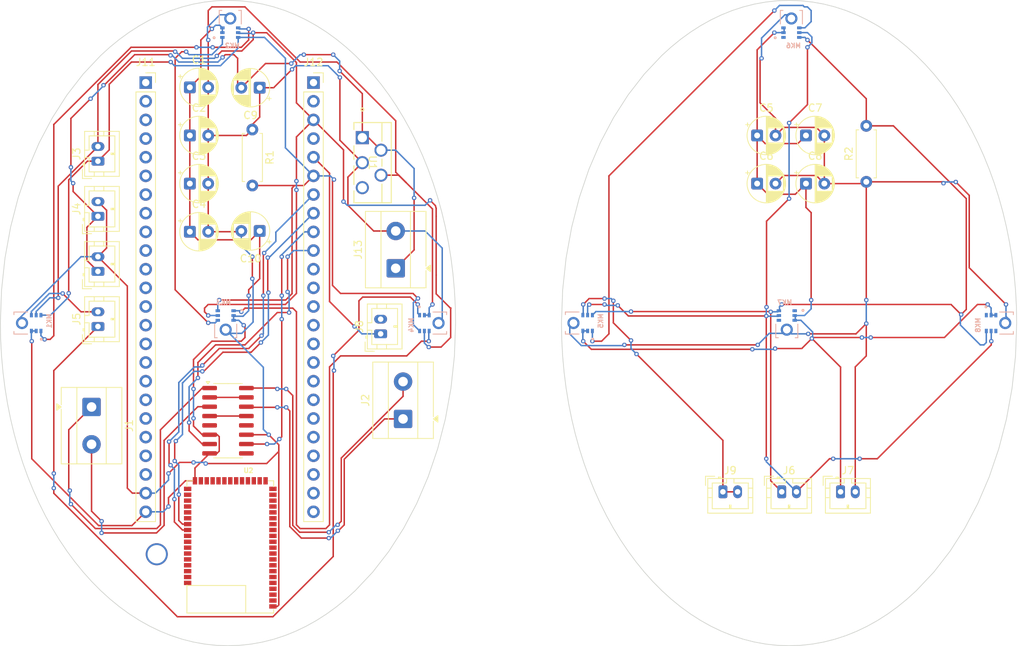
<source format=kicad_pcb>
(kicad_pcb (version 20241229) (generator "pcbnew") (generator_version "9.0")
  (layers (0 "F.Cu" signal) (2 "B.Cu" signal) (13 "F.Paste" user) (15 "B.Paste" user) (5 "F.SilkS" user "F.Silkscreen") (7 "B.SilkS" user "B.Silkscreen") (1 "F.Mask" user) (3 "B.Mask" user) (25 "Edge.Cuts" user))
  (net 0 "")
  (net 1 "Net-(J1-Pin_1)")
  (net 2 "IN_3V3")
  (net 3 "Net-(J1-Pin_2)")
  (net 4 "Net-(J2-Pin_1)")
  (net 5 "Net-(U4-PVDD-Pad13)")
  (net 6 "IN_GND")
  (net 7 "Net-(U4-PGND-Pad15)")
  (net 8 "Net-(J2-Pin_2)")
  (net 12 "WSO Mk1")
  (net 13 "WSO Mk2")
  (net 14 "WSO Mk3")
  (net 15 "WSO Mk5")
  (net 16 "WSO Mk6")
  (net 17 "Net-(J7-Pin_1)")
  (net 19 "26_IOB8B")
  (net 20 "Net-(J7-Pin_2)")
  (net 68 "Net-(J5-Pin_1)")
  (net 69 "Net-(J5-Pin_2)")
  (net 70 "Net-(J6-Pin_1)")
  (net 71 "Net-(J6-Pin_2)")
  (net 72 "Net-(J9-Pin_1)")
  (net 76 "Net-(J8-Pin_2)")
  (net 77 "36_IOB29B")
  (net 78 "25_IOB8A")
  (net 79 "73_IOT39A")
  (net 80 "85_IOT8B")
  (net 81 "86_IOT8A")
  (net 82 "63_IOR5A")
  (net 83 "31_IOB15A")
  (net 84 "83_IOT10B")
  (net 85 "84_IOT10A")
  (net 86 "80_IOT12A")
  (net 87 "74_IOT38B")
  (net 88 "72_IOT39B")
  (net 89 "IN_5V")
  (net 90 "75_IOT38A")
  (net 91 "70_IOT41B")
  (net 92 "76_IOT37B")
  (net 93 "77_IOT37A")
  (net 94 "71_IOT41A")
  (net 95 "32_IOB15B")
  (net 96 "79_IOT12B")
  (net 97 "48_IOR24B")
  (net 98 "49_IOR24B")
  (net 99 "82_IOT11A")
  (net 100 "81_IOT11B")
  (net 101 "37_IOB31A")
  (net 102 "42_IOB41B")
  (net 103 "33_IOB23A")
  (net 104 "28_IOB11B")
  (net 105 "53_IOR15B")
  (net 106 "68_IOT42B")
  (net 107 "51_IOR17B")
  (net 108 "34_IOB23B")
  (net 109 "40_IOB33B")
  (net 110 "38_IOB31B")
  (net 111 "29_IOB13A")
  (net 112 "41_IOB41A")
  (net 113 "39_IOB33A")
  (net 114 "56_IOR14A")
  (net 115 "69_IOT42A")
  (net 116 "35_IOB29A")
  (net 117 "30_IOB13B")
  (net 118 "54_IOR15A")
  (net 119 "55_IOR14B")
  (net 120 "27_IOB11A")
  (net 121 "57_IOR13A")
  (net 123 "Vout from Bat reg")
  (footprint "Capacitor_THT:CP_Radial_D5.0mm_P2.50mm" (layer "F.Cu") (at 96 72.05)
    (property "Reference" "C3")
    (property "Value" "1 uF")
  )
  (footprint "Resistor_THT:R_Axial_DIN0207_L6.3mm_D2.5mm_P7.62mm_Horizontal" (layer "F.Cu") (at 188 71.81 90)
    (property "Reference" "R2")
    (property "Value" "100 k")
  )
  (footprint "Connector_PinSocket_2.54mm:PinSocket_1x24_P2.54mm_Vertical" (layer "F.Cu") (at 112.8169 58.3)
    (property "Reference" "J12")
    (property "Value" "Conn_01x24" (hide yes))
  )
  (footprint "MOUDLE-BLUETOOTH-AUDIO-BC127_51P-18X11.8MM_:LGA51-0.8-18X11.8MM" (layer "F.Cu") (at 101.5 121.5 180)
    (property "Reference" "U2")
    (property "Value" "MOUDLE-BLUETOOTH-AUDIO-BC127_51P-18X11.8MM_" (hide yes))
    (property "VALUE" "51P 18X11.8MM" (hide yes))
  )
  (footprint "Capacitor_THT:CP_Radial_D5.0mm_P2.50mm" (layer "F.Cu") (at 179.794888 72.05)
    (property "Reference" "C8")
    (property "Value" "1 uF")
  )
  (footprint "Connector_JST:JST_PH_B2B-PH-K_1x02_P2.00mm_Vertical" (layer "F.Cu") (at 83.5 84 90)
    (property "Reference" "J10" (hide yes))
    (property "Value" "Conn_01x02_Socket" (hide yes))
  )
  (footprint "Connector_JST:JST_PH_B2B-PH-K_1x02_P2.00mm_Vertical" (layer "F.Cu") (at 184.5 114)
    (property "Reference" "J7")
    (property "Value" "Conn_01x02_Pin" (hide yes))
  )
  (footprint "Connector_JST:JST_PH_B2B-PH-K_1x02_P2.00mm_Vertical" (layer "F.Cu") (at 83.5 91.5 90)
    (property "Reference" "J5")
    (property "Value" "Conn_01x02_Pin" (hide yes))
  )
  (footprint "Capacitor_THT:CP_Radial_D5.0mm_P2.50mm" (layer "F.Cu") (at 173.155113 72.05)
    (property "Reference" "C6")
    (property "Value" "1 uF")
  )
  (footprint "Connector_JST:JST_PH_B2B-PH-K_1x02_P2.00mm_Vertical" (layer "F.Cu") (at 168.5 114)
    (property "Reference" "J9")
    (property "Value" "Conn_01x02_Pin" (hide yes))
  )
  (footprint "Connector_JST:JST_PH_B2B-PH-K_1x02_P2.00mm_Vertical" (layer "F.Cu") (at 176.5 114)
    (property "Reference" "J6")
    (property "Value" "Conn_01x02_Pin" (hide yes))
  )
  (footprint "Capacitor_THT:CP_Radial_D5.0mm_P2.50mm" (layer "F.Cu") (at 96 58.95)
    (property "Reference" "C1")
    (property "Value" "1 uF")
  )
  (footprint "TerminalBlock_MetzConnect:TerminalBlock_MetzConnect_Type101_RT01602HBWC_1x02_P5.08mm_Horizontal" (layer "F.Cu") (at 125 104.08 90)
    (property "Reference" "J2")
    (property "Value" "Screw_Terminal_01x02" (hide yes))
  )
  (footprint "Capacitor_THT:CP_Radial_D5.0mm_P2.50mm" (layer "F.Cu") (at 96 65.5)
    (property "Reference" "C2")
    (property "Value" "1 uF")
  )
  (footprint "Connector_JST:JST_PH_B2B-PH-K_1x02_P2.00mm_Vertical" (layer "F.Cu") (at 121.95 92.5 90)
    (property "Reference" "J8")
    (property "Value" "Conn_01x04_Socket" (hide yes))
  )
  (footprint "Resistor_THT:R_Axial_DIN0207_L6.3mm_D2.5mm_P7.62mm_Horizontal" (layer "F.Cu") (at 104.5 64.69 -90)
    (property "Reference" "R1")
    (property "Value" "100 k")
  )
  (footprint "Capacitor_THT:CP_Radial_D5.0mm_P2.50mm" (layer "F.Cu") (at 105.5 78.5 180)
    (property "Reference" "C10")
    (property "Value" "47 uF")
  )
  (footprint "Connector_JST:JST_PH_B2B-PH-K_1x02_P2.00mm_Vertical" (layer "F.Cu") (at 83.5 76.5 90)
    (property "Reference" "J4")
    (property "Value" "Conn_01x02_Socket" (hide yes))
  )
  (footprint "TerminalBlock_MetzConnect:TerminalBlock_MetzConnect_Type101_RT01602HBWC_1x02_P5.08mm_Horizontal" (layer "F.Cu") (at 82.6325 102.455 -90)
    (property "Reference" "J1")
    (property "Value" "Screw_Terminal_01x02" (hide yes))
  )
  (footprint "Capacitor_THT:CP_Radial_D5.0mm_P2.50mm" (layer "F.Cu") (at 179.794888 65.5)
    (property "Reference" "C7")
    (property "Value" "1 uF")
  )
  (footprint "TerminalBlock_MetzConnect:TerminalBlock_MetzConnect_Type101_RT01602HBWC_1x02_P5.08mm_Horizontal" (layer "F.Cu") (at 124 83.58 90)
    (property "Reference" "J13")
    (property "Value" "Screw_Terminal_01x02" (hide yes))
  )
  (footprint "Capacitor_THT:CP_Radial_D5.0mm_P2.50mm" (layer "F.Cu") (at 173.155113 65.5)
    (property "Reference" "C5")
    (property "Value" "1 uF")
  )
  (footprint "Capacitor_THT:CP_Radial_D5.0mm_P2.50mm" (layer "F.Cu") (at 96 78.6)
    (property "Reference" "C4")
    (property "Value" "1 uF")
  )
  (footprint "Connector_JST:JST_PH_B2B-PH-K_1x02_P2.00mm_Vertical" (layer "F.Cu") (at 83.5 69 90)
    (property "Reference" "J3")
    (property "Value" "Conn_01x02_Socket" (hide yes))
  )
  (footprint "Capacitor_THT:CP_Radial_D5.0mm_P2.50mm" (layer "F.Cu") (at 105.5 59 180)
    (property "Reference" "C9")
    (property "Value" "1 uF")
  )
  (footprint "Package_SO:SOP-16_3.9x9.9mm_P1.27mm" (layer "F.Cu") (at 101.1875 104.325)
    (property "Reference" "U4" (hide yes))
    (property "Value" "PAM8403D")
  )
  (footprint "Connector_PinSocket_2.54mm:PinSocket_1x24_P2.54mm_Vertical" (layer "F.Cu") (at 90 58.3)
    (property "Reference" "J11")
    (property "Value" "Conn_01x24" (hide yes))
  )
  (footprint "footprints:KC5" (layer "F.Cu") (at 119.46 65.7982 -90)
    (property "Reference" "U1")
    (property "Value" "TPS75633KC")
  )
  (footprint "wave:MIC_ICS-52000" (layer "B.Cu") (at 177.8125 50.475)
    (property "Reference" "MK6")
    (property "Value" "ICS-52000")
  )
  (footprint "wave:MIC_ICS-52000" (layer "B.Cu") (at 206 91.031376 -90)
    (property "Reference" "MK8")
    (property "Value" "ICS-52000")
  )
  (footprint "wave:MIC_ICS-52000" (layer "B.Cu") (at 177.1875 91.031376 180)
    (property "Reference" "MK7")
    (property "Value" "ICS-52000")
  )
  (footprint "wave:MIC_ICS-52000" (layer "B.Cu") (at 149.075 91.025 90)
    (property "Reference" "MK5")
    (property "Value" "ICS-52000")
  )
  (footprint "wave:MIC_ICS-52000" (layer "B.Cu") (at 128.925 91.031376 -90)
    (property "Reference" "MK4")
    (property "Value" "ICS-52000")
  )
  (footprint "wave:MIC_ICS-52000" (layer "B.Cu") (at 74.075 91.031376 90)
    (property "Reference" "MK1")
    (property "Value" "ICS-52000")
  )
  (footprint "wave:MIC_ICS-52000" (layer "B.Cu") (at 100.875 91.031376 180)
    (property "Reference" "MK3")
    (property "Value" "ICS-52000")
  )
  (footprint "wave:MIC_ICS-52000" (layer "B.Cu") (at 101.5 50.475)
    (property "Reference" "MK2")
    (property "Value" "ICS-52000")
  )
  (gr_poly (pts (xy 179.093005 47.167694) (xy 180.665097 47.337303) (xy 182.214332 47.616611) (xy 183.738764 48.002859) (xy 185.236449 48.493288) (xy 186.705442 49.085138) (xy 188.143797 49.775649) (xy 189.549569 50.562061) (xy 190.920814 51.441615) (xy 192.255586 52.411551) (xy 193.551941 53.46911) (xy 194.807933 54.611532) (xy 196.021617 55.836057) (xy 197.191048 57.139926) (xy 198.314282 58.52038) (xy 199.389373 59.974657) (xy 200.414376 61.5) (xy 201.387346 63.093648) (xy 202.306338 64.752841) (xy 203.169407 66.47482) (xy 203.974608 68.256826) (xy 204.719996 70.096098) (xy 205.403626 71.989878) (xy 206.023553 73.935405) (xy 206.577831 75.92992) (xy 207.064517 77.970663) (xy 207.481664 80.054874) (xy 207.827327 82.179795) (xy 208.099563 84.342665) (xy 208.296425 86.540725) (xy 208.415968 88.771214) (xy 208.456248 91.031374) (xy 208.296425 95.522024) (xy 207.827327 99.882953) (xy 207.064517 104.092085) (xy 206.023553 108.127343) (xy 204.719996 111.966649) (xy 203.169407 115.587928) (xy 201.387346 118.969101) (xy 199.389373 122.088092) (xy 197.191048 124.922823) (xy 194.807933 127.451218) (xy 193.551941 128.59364) (xy 192.255586 129.651199) (xy 190.920814 130.621136) (xy 189.549569 131.50069) (xy 188.143797 132.287103) (xy 186.705442 132.977614) (xy 185.236449 133.569464) (xy 183.738764 134.059892) (xy 182.214332 134.446141) (xy 180.665097 134.72545) (xy 179.093005 134.895058) (xy 177.500001 134.952208) (xy 175.906997 134.895058) (xy 174.334904 134.72545) (xy 172.78567 134.446141) (xy 171.261237 134.059892) (xy 169.763552 133.569464) (xy 168.29456 132.977614) (xy 166.856205 132.287103) (xy 165.450432 131.50069) (xy 164.079187 130.621136) (xy 162.744415 129.651199) (xy 161.44806 128.59364) (xy 160.192069 127.451218) (xy 158.978384 126.226692) (xy 157.808953 124.922823) (xy 156.685719 123.54237) (xy 155.610628 122.088092) (xy 154.585625 120.562749) (xy 153.612655 118.969101) (xy 152.693663 117.309907) (xy 151.830594 115.587928) (xy 151.025393 113.805922) (xy 150.280005 111.966649) (xy 149.596375 110.07287) (xy 148.976449 108.127343) (xy 148.42217 106.132828) (xy 147.935485 104.092085) (xy 147.518338 102.007873) (xy 147.172674 99.882953) (xy 146.900439 97.720083) (xy 146.703577 95.522024) (xy 146.584033 93.291534) (xy 146.543753 91.031374) (xy 146.703577 86.540725) (xy 147.172674 82.179795) (xy 147.935485 77.970663) (xy 148.976449 73.935405) (xy 150.280005 70.096098) (xy 151.830594 66.47482) (xy 153.612655 63.093648) (xy 155.610628 59.974657) (xy 157.808953 57.139926) (xy 160.192069 54.611532) (xy 161.44806 53.46911) (xy 162.744415 52.411551) (xy 164.079187 51.441615) (xy 165.450432 50.562061) (xy 166.856205 49.775649) (xy 168.29456 49.085138) (xy 169.763552 48.493288) (xy 171.261237 48.002859) (xy 172.78567 47.616611) (xy 174.334904 47.337303) (xy 175.906997 47.167694) (xy 177.500001 47.110544)) (stroke (width 0.1)) (fill no) (layer "Edge.Cuts"))
  (gr_poly (pts (xy 102.780505 47.167694) (xy 104.352597 47.337303) (xy 105.901832 47.616611) (xy 107.426264 48.002859) (xy 108.923949 48.493288) (xy 110.392942 49.085138) (xy 111.831297 49.775649) (xy 113.237069 50.562061) (xy 114.608314 51.441615) (xy 115.943086 52.411551) (xy 117.239441 53.46911) (xy 118.495433 54.611532) (xy 119.709117 55.836057) (xy 120.878548 57.139926) (xy 122.001782 58.52038) (xy 123.076873 59.974657) (xy 124.101876 61.5) (xy 125.074846 63.093648) (xy 125.993838 64.752841) (xy 126.856907 66.47482) (xy 127.662108 68.256826) (xy 128.407496 70.096098) (xy 129.091126 71.989878) (xy 129.711053 73.935405) (xy 130.265331 75.92992) (xy 130.752017 77.970663) (xy 131.169164 80.054874) (xy 131.514827 82.179795) (xy 131.787063 84.342665) (xy 131.983925 86.540725) (xy 132.103468 88.771214) (xy 132.143748 91.031374) (xy 131.983925 95.522024) (xy 131.514827 99.882953) (xy 130.752017 104.092085) (xy 129.711053 108.127343) (xy 128.407496 111.966649) (xy 126.856907 115.587928) (xy 125.074846 118.969101) (xy 123.076873 122.088092) (xy 120.878548 124.922823) (xy 118.495433 127.451218) (xy 117.239441 128.59364) (xy 115.943086 129.651199) (xy 114.608314 130.621136) (xy 113.237069 131.50069) (xy 111.831297 132.287103) (xy 110.392942 132.977614) (xy 108.923949 133.569464) (xy 107.426264 134.059892) (xy 105.901832 134.446141) (xy 104.352597 134.72545) (xy 102.780505 134.895058) (xy 101.187501 134.952208) (xy 99.594497 134.895058) (xy 98.022404 134.72545) (xy 96.47317 134.446141) (xy 94.948737 134.059892) (xy 93.451052 133.569464) (xy 91.98206 132.977614) (xy 90.543705 132.287103) (xy 89.137932 131.50069) (xy 87.766687 130.621136) (xy 86.431915 129.651199) (xy 85.13556 128.59364) (xy 83.879569 127.451218) (xy 82.665884 126.226692) (xy 81.496453 124.922823) (xy 80.373219 123.54237) (xy 79.298128 122.088092) (xy 78.273125 120.562749) (xy 77.300155 118.969101) (xy 76.381163 117.309907) (xy 75.518094 115.587928) (xy 74.712893 113.805922) (xy 73.967505 111.966649) (xy 73.283875 110.07287) (xy 72.663949 108.127343) (xy 72.10967 106.132828) (xy 71.622985 104.092085) (xy 71.205838 102.007873) (xy 70.860174 99.882953) (xy 70.587939 97.720083) (xy 70.391077 95.522024) (xy 70.271533 93.291534) (xy 70.231253 91.031374) (xy 70.391077 86.540725) (xy 70.860174 82.179795) (xy 71.622985 77.970663) (xy 72.663949 73.935405) (xy 73.967505 70.096098) (xy 75.518094 66.47482) (xy 77.300155 63.093648) (xy 79.298128 59.974657) (xy 81.496453 57.139926) (xy 83.879569 54.611532) (xy 85.13556 53.46911) (xy 86.431915 52.411551) (xy 87.766687 51.441615) (xy 89.137932 50.562061) (xy 90.543705 49.775649) (xy 91.98206 49.085138) (xy 93.451052 48.493288) (xy 94.948737 48.002859) (xy 96.47317 47.616611) (xy 98.022404 47.337303) (xy 99.594497 47.167694) (xy 101.187501 47.110544)) (stroke (width 0.1)) (fill no) (layer "Edge.Cuts"))
  (via (at 91.5 122.5) (size 3) (drill 2.5) (layers "F.Cu" "B.Cu") (net 0))
  (segment (start 83.15147 119) (end 91.5 119) (width 0.2) (layer "F.Cu") (net 1))
  (segment (start 79.825735 115.674265) (end 83.15147 119) (width 0.2) (layer "F.Cu") (net 1))
  (segment (start 97.687501 99.88) (end 98.6875 99.88) (width 0.2) (layer "F.Cu") (net 1))
  (segment (start 92 118.5) (end 92 105.567501) (width 0.2) (layer "F.Cu") (net 1))
  (segment (start 79.53355 113.68502) (end 79.674265 113.825735) (width 0.2) (layer "F.Cu") (net 1))
  (segment (start 92 105.567501) (end 97.687501 99.88) (width 0.2) (layer "F.Cu") (net 1))
  (segment (start 79.53355 105.55395) (end 79.53355 113.68502) (width 0.2) (layer "F.Cu") (net 1))
  (segment (start 82.6325 102.455) (end 79.53355 105.55395) (width 0.2) (layer "F.Cu") (net 1))
  (segment (start 91.5 119) (end 92 118.5) (width 0.2) (layer "F.Cu") (net 1))
  (via (at 79.825735 115.674265) (size 0.6) (drill 0.3) (layers "F.Cu" "B.Cu") (net 1))
  (via (at 79.674265 113.825735) (size 0.6) (drill 0.3) (layers "F.Cu" "B.Cu") (net 1))
  (segment (start 79.674265 115.522795) (end 79.825735 115.674265) (width 0.2) (layer "B.Cu") (net 1))
  (segment (start 79.674265 113.825735) (end 79.674265 115.522795) (width 0.2) (layer "B.Cu") (net 1))
  (segment (start 83.5 76.5) (end 80.124265 73.124265) (width 0.2) (layer "F.Cu") (net 2))
  (segment (start 106.292185 55.707815) (end 103 59) (width 0.2) (layer "F.Cu") (net 2))
  (segment (start 102.5 55) (end 102.5 58.5) (width 0.2) (layer "F.Cu") (net 2))
  (segment (start 119.46 65.7982) (end 120.2982 65.7982) (width 0.2) (layer "F.Cu") (net 2))
  (segment (start 111.5 54.5) (end 115.5 54.5) (width 0.2) (layer "F.Cu") (net 2))
  (segment (start 79.825735 63.174265) (end 79.825735 69.825735) (width 0.2) (layer "F.Cu") (net 2))
  (segment (start 102.5 58.5) (end 103 59) (width 0.2) (layer "F.Cu") (net 2))
  (segment (start 116.375735 56.724265) (end 119.46 59.80853) (width 0.2) (layer "F.Cu") (net 2))
  (segment (start 126.5 81.08) (end 124 83.58) (width 0.2) (layer "F.Cu") (net 2))
  (segment (start 109.792185 55.707815) (end 106.292185 55.707815) (width 0.2) (layer "F.Cu") (net 2))
  (segment (start 82 78) (end 83.5 76.5) (width 0.2) (layer "F.Cu") (net 2))
  (segment (start 100.448817 54.874449) (end 100.823266 54.5) (width 0.2) (layer "F.Cu") (net 2))
  (segment (start 84.345872 58.654128) (end 84.261502 58.654128) (width 0.2) (layer "F.Cu") (net 2))
  (segment (start 100.823266 54.5) (end 102 54.5) (width 0.2) (layer "F.Cu") (net 2))
  (segment (start 82 82.5) (end 82 78) (width 0.2) (layer "F.Cu") (net 2))
  (segment (start 102 54.5) (end 102.5 55) (width 0.2) (layer "F.Cu") (net 2))
  (segment (start 80.124265 73.124265) (end 80.124265 72) (width 0.2) (layer "F.Cu") (net 2))
  (segment (start 126.5 74) (end 126.5 81.08) (width 0.2) (layer "F.Cu") (net 2))
  (segment (start 93.275303 54.5) (end 88.5 54.5) (width 0.2) (layer "F.Cu") (net 2))
  (segment (start 88.5 54.5) (end 84.345872 58.654128) (width 0.2) (layer "F.Cu") (net 2))
  (segment (start 93.375303 54.6) (end 93.275303 54.5) (width 0.2) (layer "F.Cu") (net 2))
  (segment (start 119.46 59.80853) (end 119.46 65.7982) (width 0.2) (layer "F.Cu") (net 2))
  (segment (start 82.5 60.5) (end 79.825735 63.174265) (width 0.2) (layer "F.Cu") (net 2))
  (segment (start 120.2982 65.7982) (end 122 67.5) (width 0.2) (layer "F.Cu") (net 2))
  (segment (start 83.5 84) (end 82 82.5) (width 0.2) (layer "F.Cu") (net 2))
  (via (at 109.792185 55.707815) (size 0.6) (drill 0.3) (layers "F.Cu" "B.Cu") (net 2))
  (via (at 111.5 54.5) (size 0.6) (drill 0.3) (layers "F.Cu" "B.Cu") (net 2))
  (via (at 82.5 60.5) (size 0.6) (drill 0.3) (layers "F.Cu" "B.Cu") (net 2))
  (via (at 79.825735 69.825735) (size 0.6) (drill 0.3) (layers "F.Cu" "B.Cu") (net 2))
  (via (at 93.375303 54.6) (size 0.6) (drill 0.3) (layers "F.Cu" "B.Cu") (net 2))
  (via (at 80.124265 72) (size 0.6) (drill 0.3) (layers "F.Cu" "B.Cu") (net 2))
  (via (at 84.261502 58.654128) (size 0.6) (drill 0.3) (layers "F.Cu" "B.Cu") (net 2))
  (via (at 126.5 74) (size 0.6) (drill 0.3) (layers "F.Cu" "B.Cu") (net 2))
  (via (at 100.448817 54.874449) (size 0.6) (drill 0.3) (layers "F.Cu" "B.Cu") (net 2))
  (via (at 115.5 54.5) (size 0.6) (drill 0.3) (layers "F.Cu" "B.Cu") (net 2))
  (via (at 116.375735 56.724265) (size 0.6) (drill 0.3) (layers "F.Cu" "B.Cu") (net 2))
  (segment (start 116.375735 55.375735) (end 116.375735 56.724265) (width 0.2) (layer "B.Cu") (net 2))
  (segment (start 111 54.5) (end 109.792185 55.707815) (width 0.2) (layer "B.Cu") (net 2))
  (segment (start 80.124265 72) (end 79.825735 71.70147) (width 0.2) (layer "B.Cu") (net 2))
  (segment (start 99.823266 55.5) (end 94.5 55.5) (width 0.2) (layer "B.Cu") (net 2))
  (segment (start 93.6 54.6) (end 93.375303 54.6) (width 0.2) (layer "B.Cu") (net 2))
  (segment (start 82.5 60.5) (end 84.261502 58.738498) (width 0.2) (layer "B.Cu") (net 2))
  (segment (start 111.5 54.5) (end 111 54.5) (width 0.2) (layer "B.Cu") (net 2))
  (segment (start 94.5 55.5) (end 93.6 54.6) (width 0.2) (layer "B.Cu") (net 2))
  (segment (start 100.448817 54.874449) (end 99.823266 55.5) (width 0.2) (layer "B.Cu") (net 2))
  (segment (start 84.261502 58.738498) (end 84.261502 58.654128) (width 0.2) (layer "B.Cu") (net 2))
  (segment (start 124 67.5) (end 122 67.5) (width 0.2) (layer "B.Cu") (net 2))
  (segment (start 79.825735 71.70147) (end 79.825735 69.825735) (width 0.2) (layer "B.Cu") (net 2))
  (segment (start 115.5 54.5) (end 116.375735 55.375735) (width 0.2) (layer "B.Cu") (net 2))
  (segment (start 126.5 74) (end 126.5 70) (width 0.2) (layer "B.Cu") (net 2))
  (segment (start 126.5 70) (end 124 67.5) (width 0.2) (layer "B.Cu") (net 2))
  (segment (start 91.4671 119.6) (end 92.5 118.5671) (width 0.2) (layer "F.Cu") (net 3))
  (segment (start 92.5 118.5671) (end 92.5 107) (width 0.2) (layer "F.Cu") (net 3))
  (segment (start 82.6325 116.6315) (end 84 117.999) (width 0.2) (layer "F.Cu") (net 3))
  (segment (start 82.6325 107.535) (end 82.6325 116.6315) (width 0.2) (layer "F.Cu") (net 3))
  (segment (start 84 119.6) (end 91.4671 119.6) (width 0.2) (layer "F.Cu") (net 3))
  (segment (start 92.5 107) (end 97.08 102.42) (width 0.2) (layer "F.Cu") (net 3))
  (segment (start 97.08 102.42) (end 98.6875 102.42) (width 0.2) (layer "F.Cu") (net 3))
  (via (at 84 117.999) (size 0.6) (drill 0.3) (layers "F.Cu" "B.Cu") (net 3))
  (via (at 84 119.6) (size 0.6) (drill 0.3) (layers "F.Cu" "B.Cu") (net 3))
  (segment (start 84 117.999) (end 84 119.6) (width 0.2) (layer "B.Cu") (net 3))
  (segment (start 111.165803 120.300003) (end 114.9 120.300003) (width 0.2) (layer "F.Cu") (net 4))
  (segment (start 103.7675 102.5) (end 103.6875 102.42) (width 0.2) (layer "F.Cu") (net 4))
  (segment (start 107.9 102.5) (end 103.7675 102.5) (width 0.2) (layer "F.Cu") (net 4))
  (segment (start 109.599 118.7332) (end 111.165803 120.300003) (width 0.2) (layer "F.Cu") (net 4))
  (segment (start 125 104.08) (end 122.4871 104.08) (width 0.2) (layer "F.Cu") (net 4))
  (segment (start 109.599 102.999) (end 109.599 118.7332) (width 0.2) (layer "F.Cu") (net 4))
  (segment (start 109.1 102.5) (end 109.599 102.999) (width 0.2) (layer "F.Cu") (net 4))
  (segment (start 122.4871 104.08) (end 117 109.5671) (width 0.2) (layer "F.Cu") (net 4))
  (segment (start 117 118.5) (end 116.200601 119.299399) (width 0.2) (layer "F.Cu") (net 4))
  (segment (start 117 109.5671) (end 117 118.5) (width 0.2) (layer "F.Cu") (net 4))
  (segment (start 116.200601 119.299399) (end 116.131072 119.299399) (width 0.2) (layer "F.Cu") (net 4))
  (via (at 114.9 120.300003) (size 0.6) (drill 0.3) (layers "F.Cu" "B.Cu") (net 4))
  (via (at 107.9 102.5) (size 0.6) (drill 0.3) (layers "F.Cu" "B.Cu") (net 4))
  (via (at 109.1 102.5) (size 0.6) (drill 0.3) (layers "F.Cu" "B.Cu") (net 4))
  (via (at 116.131072 119.299399) (size 0.6) (drill 0.3) (layers "F.Cu" "B.Cu") (net 4))
  (segment (start 109.1 102.5) (end 107.9 102.5) (width 0.2) (layer "B.Cu") (net 4))
  (segment (start 115.130468 120.300003) (end 114.9 120.300003) (width 0.2) (layer "B.Cu") (net 4))
  (segment (start 116.131072 119.299399) (end 115.130468 120.300003) (width 0.2) (layer "B.Cu") (net 4))
  (segment (start 98.6875 103.69) (end 103.6875 103.69) (width 0.2) (layer "F.Cu") (net 5))
  (segment (start 107.3 129.6) (end 107.902 129.6) (width 0.2) (layer "F.Cu") (net 6))
  (segment (start 84.676 75.676) (end 83.5 74.5) (width 0.2) (layer "F.Cu") (net 6))
  (segment (start 108.101 108.5) (end 108.101 107.601) (width 0.2) (layer "F.Cu") (net 6))
  (segment (start 104.5 64) (end 105.5 63) (width 0.2) (layer "F.Cu") (net 6))
  (segment (start 98.5 78.6) (end 102.9 78.6) (width 0.2) (layer "F.Cu") (net 6))
  (segment (start 94.6 110) (end 96.5 110) (width 0.2) (layer "F.Cu") (net 6))
  (segment (start 93.1 111.5) (end 94.6 110) (width 0.2) (layer "F.Cu") (net 6))
  (segment (start 84.676 80.824) (end 84.676 75.676) (width 0.2) (layer "F.Cu") (net 6))
  (segment (start 102.9 78.6) (end 103 78.5) (width 0.2) (layer "F.Cu") (net 6))
  (segment (start 121 78.5) (end 117.5 75) (width 0.2) (layer "F.Cu") (net 6))
  (segment (start 107.40052 59) (end 109.900001 56.500519) (width 0.2) (layer "F.Cu") (net 6))
  (segment (start 105.5 59) (end 107.40052 59) (width 0.2) (layer "F.Cu") (net 6))
  (segment (start 88.18 114.18) (end 90 114.18) (width 0.2) (layer "F.Cu") (net 6))
  (segment (start 103.69 65.5) (end 104.5 64.69) (width 0.2) (layer "F.Cu") (net 6))
  (segment (start 105.5 63) (end 105.5 59) (width 0.2) (layer "F.Cu") (net 6))
  (segment (start 104.5 64.69) (end 104.5 64) (width 0.2) (layer "F.Cu") (net 6))
  (segment (start 116.409706 66.151506) (end 119.46 69.2018) (width 0.2) (layer "F.Cu") (net 6))
  (segment (start 106.73 106.23) (end 103.6875 106.23) (width 0.2) (layer "F.Cu") (net 6))
  (segment (start 87.5 113.5) (end 88.18 114.18) (width 0.2) (layer "F.Cu") (net 6))
  (segment (start 106.447985 110.153015) (end 108.101 108.5) (width 0.2) (layer "F.Cu") (net 6))
  (segment (start 124 78.5) (end 121 78.5) (width 0.2) (layer "F.Cu") (net 6))
  (segment (start 107.902 129.6) (end 108.101 129.401) (width 0.2) (layer "F.Cu") (net 6))
  (segment (start 108.101 129.401) (end 108.101 108.5) (width 0.2) (layer "F.Cu") (net 6))
  (segment (start 83.5 82) (end 87.5 86) (width 0.2) (layer "F.Cu") (net 6))
  (segment (start 98.5 78.6) (end 98.5 72.05) (width 0.2) (layer "F.Cu") (net 6))
  (segment (start 104.5 82) (end 104.5 85) (width 0.2) (layer "F.Cu") (net 6))
  (segment (start 98.5 72.05) (end 98.5 65.5) (width 0.2) (layer "F.Cu") (net 6))
  (segment (start 83.5 82) (end 84.676 80.824) (width 0.2) (layer "F.Cu") (net 6))
  (segment (start 117.5 75) (end 117.5 71.1618) (width 0.2) (layer "F.Cu") (net 6))
  (segment (start 117.5 71.1618) (end 119.46 69.2018) (width 0.2) (layer "F.Cu") (net 6))
  (segment (start 87.5 86) (end 87.5 113.5) (width 0.2) (layer "F.Cu") (net 6))
  (segment (start 98.5 65.5) (end 98.5 58.95) (width 0.2) (layer "F.Cu") (net 6))
  (segment (start 98.5 58.95) (end 98.5 52.5) (width 0.2) (layer "F.Cu") (net 6))
  (segment (start 98.5 65.5) (end 103.69 65.5) (width 0.2) (layer "F.Cu") (net 6))
  (segment (start 116.409706 57.606765) (end 116.409706 66.151506) (width 0.2) (layer "F.Cu") (net 6))
  (segment (start 108.101 107.601) (end 106.73 106.23) (width 0.2) (layer "F.Cu") (net 6))
  (segment (start 98.153015 110.153015) (end 106.447985 110.153015) (width 0.2) (layer "F.Cu") (net 6))
  (via (at 109.900001 56.500519) (size 0.6) (drill 0.3) (layers "F.Cu" "B.Cu") (net 6))
  (via (at 104.5 82) (size 0.6) (drill 0.3) (layers "F.Cu" "B.Cu") (net 6))
  (via (at 106.73 106.23) (size 0.6) (drill 0.3) (layers "F.Cu" "B.Cu") (net 6))
  (via (at 116.409706 57.606765) (size 0.6) (drill 0.3) (layers "F.Cu" "B.Cu") (net 6))
  (via (at 104.5 85) (size 0.6) (drill 0.3) (layers "F.Cu" "B.Cu") (net 6))
  (via (at 93.1 111.5) (size 0.6) (drill 0.3) (layers "F.Cu" "B.Cu") (net 6))
  (via (at 98.153015 110.153015) (size 0.6) (drill 0.3) (layers "F.Cu" "B.Cu") (net 6))
  (via (at 98.5 52.5) (size 0.6) (drill 0.3) (layers "F.Cu" "B.Cu") (net 6))
  (via (at 96.5 110) (size 0.6) (drill 0.3) (layers "F.Cu" "B.Cu") (net 6))
  (segment (start 91.32 114.18) (end 93.1 112.4) (width 0.2) (layer "B.Cu") (net 6))
  (segment (start 106 97.056376) (end 106 105.5) (width 0.2) (layer "B.Cu") (net 6))
  (segment (start 104.5 82) (end 103 80.5) (width 0.2) (layer "B.Cu") (net 6))
  (segment (start 103.068624 92.431376) (end 104.601 90.899) (width 0.2) (layer "B.Cu") (net 6))
  (segment (start 101.375 92.431376) (end 106 97.056376) (width 0.2) (layer "B.Cu") (net 6))
  (segment (start 130.325 80.825) (end 128 78.5) (width 0.2) (layer "B.Cu") (net 6))
  (segment (start 98 110) (end 98.153015 110.153015) (width 0.2) (layer "B.Cu") (net 6))
  (segment (start 114.802941 56) (end 116.409706 57.606765) (width 0.2) (layer "B.Cu") (net 6))
  (segment (start 106 105.5) (end 106.73 106.23) (width 0.2) (layer "B.Cu") (net 6))
  (segment (start 130.325 90.531376) (end 130.325 80.825) (width 0.2) (layer "B.Cu") (net 6))
  (segment (start 96.5 110) (end 98 110) (width 0.2) (layer "B.Cu") (net 6))
  (segment (start 98.399 50.751057) (end 100.075057 49.075) (width 0.2) (layer "B.Cu") (net 6))
  (segment (start 93.1 112.4) (end 93.1 111.5) (width 0.2) (layer "B.Cu") (net 6))
  (segment (start 100.075057 49.075) (end 101 49.075) (width 0.2) (layer "B.Cu") (net 6))
  (segment (start 81.206376 82) (end 83.5 82) (width 0.2) (layer "B.Cu") (net 6))
  (segment (start 90 114.18) (end 91.32 114.18) (width 0.2) (layer "B.Cu") (net 6))
  (segment (start 128 78.5) (end 124 78.5) (width 0.2) (layer "B.Cu") (net 6))
  (segment (start 101.375 92.431376) (end 103.068624 92.431376) (width 0.2) (layer "B.Cu") (net 6))
  (segment (start 103 80.5) (end 103 78.5) (width 0.2) (layer "B.Cu") (net 6))
  (segment (start 104.601 90.899) (end 104.601 85.101) (width 0.2) (layer "B.Cu") (net 6))
  (segment (start 98.399 52.399) (end 98.399 50.751057) (width 0.2) (layer "B.Cu") (net 6))
  (segment (start 98.5 52.5) (end 98.399 52.399) (width 0.2) (layer "B.Cu") (net 6))
  (segment (start 110.40052 56) (end 114.802941 56) (width 0.2) (layer "B.Cu") (net 6))
  (segment (start 72.675 90.531376) (end 81.206376 82) (width 0.2) (layer "B.Cu") (net 6))
  (segment (start 109.900001 56.500519) (end 110.40052 56) (width 0.2) (layer "B.Cu") (net 6))
  (segment (start 104.601 85.101) (end 104.5 85) (width 0.2) (layer "B.Cu") (net 6))
  (segment (start 98.6875 101.15) (end 103.6875 101.15) (width 0.2) (layer "F.Cu") (net 7))
  (segment (start 110 100.9) (end 109.1 100) (width 0.2) (layer "F.Cu") (net 8))
  (segment (start 114.9 119.5) (end 110.9329 119.5) (width 0.2) (layer "F.Cu") (net 8))
  (segment (start 110 118.5671) (end 110 117) (width 0.2) (layer "F.Cu") (net 8))
  (segment (start 107.9 100) (end 107.78 99.88) (width 0.2) (layer "F.Cu") (net 8))
  (segment (start 116.599 109.401) (end 125 101) (width 0.2) (layer "F.Cu") (net 8))
  (segment (start 107.78 99.88) (end 103.6875 99.88) (width 0.2) (layer "F.Cu") (net 8))
  (segment (start 116.599 118.001) (end 116.599 109.401) (width 0.2) (layer "F.Cu") (net 8))
  (segment (start 125 101) (end 125 99) (width 0.2) (layer "F.Cu") (net 8))
  (segment (start 110.9329 119.5) (end 110 118.5671) (width 0.2) (layer "F.Cu") (net 8))
  (segment (start 116.1 118.5) (end 116.599 118.001) (width 0.2) (layer "F.Cu") (net 8))
  (segment (start 110 117) (end 110 100.9) (width 0.2) (layer "F.Cu") (net 8))
  (via (at 107.9 100) (size 0.6) (drill 0.3) (layers "F.Cu" "B.Cu") (net 8))
  (via (at 114.9 119.5) (size 0.6) (drill 0.3) (layers "F.Cu" "B.Cu") (net 8))
  (via (at 116.1 118.5) (size 0.6) (drill 0.3) (layers "F.Cu" "B.Cu") (net 8))
  (via (at 109.1 100) (size 0.6) (drill 0.3) (layers "F.Cu" "B.Cu") (net 8))
  (segment (start 116.1 118.5) (end 115.9 118.5) (width 0.2) (layer "B.Cu") (net 8))
  (segment (start 109.1 100) (end 107.9 100) (width 0.2) (layer "B.Cu") (net 8))
  (segment (start 115.9 118.5) (end 114.9 119.5) (width 0.2) (layer "B.Cu") (net 8))
  (segment (start 77.5 64.003461) (end 77.5 92.75) (width 0.2) (layer "F.Cu") (net 12))
  (segment (start 88 53.5) (end 77.503857 63.996143) (width 0.2) (layer "F.Cu") (net 12))
  (segment (start 103 53.5) (end 104 52.5) (width 0.2) (layer "F.Cu") (net 12))
  (segment (start 77.5 92.75) (end 77 93.25) (width 0.2) (layer "F.Cu") (net 12))
  (segment (start 77.503857 63.996143) (end 77.5 64.003461) (width 0.2) (layer "F.Cu") (net 12))
  (segment (start 104 52.5) (end 104 51) (width 0.2) (layer "F.Cu") (net 12))
  (segment (start 99.1 53.5) (end 103 53.5) (width 0.2) (layer "F.Cu") (net 12))
  (segment (start 96.9 53.5) (end 88 53.5) (width 0.2) (layer "F.Cu") (net 12))
  (segment (start 77 93.25) (end 76.25 93.25) (width 0.2) (layer "F.Cu") (net 12))
  (via (at 76.25 93.25) (size 0.6) (drill 0.3) (layers "F.Cu" "B.Cu") (net 12))
  (via (at 99.1 53.5) (size 0.6) (drill 0.3) (layers "F.Cu" "B.Cu") (net 12))
  (via (at 104 51) (size 0.6) (drill 0.3) (layers "F.Cu" "B.Cu") (net 12))
  (via (at 96.9 53.5) (size 0.6) (drill 0.3) (layers "F.Cu" "B.Cu") (net 12))
  (segment (start 75.75 92.75) (end 75.75 92.106376) (width 0.2) (layer "B.Cu") (net 12))
  (segment (start 102.725 51) (end 102.575 50.85) (width 0.2) (layer "B.Cu") (net 12))
  (segment (start 96.9 53.5) (end 99.1 53.5) (width 0.2) (layer "B.Cu") (net 12))
  (segment (start 104 51) (end 102.725 51) (width 0.2) (layer "B.Cu") (net 12))
  (segment (start 76.25 93.25) (end 75.75 92.75) (width 0.2) (layer "B.Cu") (net 12))
  (segment (start 94 55) (end 94 86.5) (width 0.2) (layer "F.Cu") (net 13))
  (segment (start 94.9 54.1) (end 94 55) (width 0.2) (layer "F.Cu") (net 13))
  (segment (start 95.5 54.1) (end 94.9 54.1) (width 0.2) (layer "F.Cu") (net 13))
  (segment (start 94 86.5) (end 98.5 91) (width 0.2) (layer "F.Cu") (net 13))
  (via (at 95.5 54.1) (size 0.6) (drill 0.3) (layers "F.Cu" "B.Cu") (net 13))
  (via (at 98.5 91) (size 0.6) (drill 0.3) (layers "F.Cu" "B.Cu") (net 13))
  (segment (start 100.425 53.075) (end 100.425 52.15) (width 0.2) (layer "B.Cu") (net 13))
  (segment (start 99 54.5) (end 100.425 53.075) (width 0.2) (layer "B.Cu") (net 13))
  (segment (start 98.5 91) (end 99.456376 91) (width 0.2) (layer "B.Cu") (net 13))
  (segment (start 95.5 54.1) (end 95.9 54.5) (width 0.2) (layer "B.Cu") (net 13))
  (segment (start 99.456376 91) (end 99.8 90.656376) (width 0.2) (layer "B.Cu") (net 13))
  (segment (start 95.9 54.5) (end 99 54.5) (width 0.2) (layer "B.Cu") (net 13))
  (segment (start 115 97) (end 116.5 95.5) (width 0.2) (layer "F.Cu") (net 14))
  (segment (start 115 118.5) (end 115 97) (width 0.2) (layer "F.Cu") (net 14))
  (segment (start 114.5 119) (end 115 118.5) (width 0.2) (layer "F.Cu") (net 14))
  (segment (start 110 89) (end 110.5 89.5) (width 0.2) (layer "F.Cu") (net 14))
  (segment (start 127.5 93.5) (end 128.5 93.5) (width 0.2) (layer "F.Cu") (net 14))
  (segment (start 103.5 89) (end 110 89) (width 0.2) (layer "F.Cu") (net 14))
  (segment (start 111 119) (end 114.5 119) (width 0.2) (layer "F.Cu") (net 14))
  (segment (start 116.5 95.5) (end 125.5 95.5) (width 0.2) (layer "F.Cu") (net 14))
  (segment (start 110.5 89.5) (end 110.5 118.5) (width 0.2) (layer "F.Cu") (net 14))
  (segment (start 103 89.5) (end 103.5 89) (width 0.2) (layer "F.Cu") (net 14))
  (segment (start 110.5 118.5) (end 111 119) (width 0.2) (layer "F.Cu") (net 14))
  (segment (start 125.5 95.5) (end 127.5 93.5) (width 0.2) (layer "F.Cu") (net 14))
  (via (at 128.5 93.5) (size 0.6) (drill 0.3) (layers "F.Cu" "B.Cu") (net 14))
  (via (at 103 89.5) (size 0.6) (drill 0.3) (layers "F.Cu" "B.Cu") (net 14))
  (segment (start 128.5 92.156376) (end 128.55 92.106376) (width 0.2) (layer "B.Cu") (net 14))
  (segment (start 102.856376 89.356376) (end 103 89.5) (width 0.2) (layer "B.Cu") (net 14))
  (segment (start 101.95 89.356376) (end 102.856376 89.356376) (width 0.2) (layer "B.Cu") (net 14))
  (segment (start 128.5 93.5) (end 128.5 92.156376) (width 0.2) (layer "B.Cu") (net 14))
  (segment (start 153 71) (end 153 92.5) (width 0.2) (layer "F.Cu") (net 15))
  (segment (start 152 93.5) (end 150.75 93.5) (width 0.2) (layer "F.Cu") (net 15))
  (segment (start 175.5 48.5) (end 153 71) (width 0.2) (layer "F.Cu") (net 15))
  (segment (start 153 92.5) (end 152 93.5) (width 0.2) (layer "F.Cu") (net 15))
  (via (at 150.75 93.5) (size 0.6) (drill 0.3) (layers "F.Cu" "B.Cu") (net 15))
  (via (at 175.5 48.5) (size 0.6) (drill 0.3) (layers "F.Cu" "B.Cu") (net 15))
  (segment (start 180 48) (end 180.5 48.5) (width 0.2) (layer "B.Cu") (net 15))
  (segment (start 175.5 48.5) (end 176.196677 47.803323) (width 0.2) (layer "B.Cu") (net 15))
  (segment (start 176.196677 47.803323) (end 179.381649 47.803323) (width 0.2) (layer "B.Cu") (net 15))
  (segment (start 179.381649 47.803323) (end 179.578326 48) (width 0.2) (layer "B.Cu") (net 15))
  (segment (start 180.5 48.5) (end 180.5 50) (width 0.2) (layer "B.Cu") (net 15))
  (segment (start 179.578326 48) (end 180 48) (width 0.2) (layer "B.Cu") (net 15))
  (segment (start 180.5 50) (end 179.65 50.85) (width 0.2) (layer "B.Cu") (net 15))
  (segment (start 179.65 50.85) (end 178.973124 50.85) (width 0.2) (layer "B.Cu") (net 15))
  (segment (start 150.75 93.5) (end 150.75 92.1) (width 0.2) (layer "B.Cu") (net 15))
  (segment (start 180.5 76) (end 179.794888 75.294888) (width 0.2) (layer "F.Cu") (net 17))
  (segment (start 204.5 88.5) (end 203.125488 88.5) (width 0.2) (layer "F.Cu") (net 17))
  (segment (start 173.155113 53.844887) (end 175.5 51.5) (width 0.2) (layer "F.Cu") (net 17))
  (segment (start 179.224455 94.5) (end 180.599758 93.124697) (width 0.2) (layer "F.Cu") (net 17))
  (segment (start 187.4 93) (end 180.724455 93) (width 0.2) (layer "F.Cu") (net 17))
  (segment (start 180.5 87.9) (end 180.5 76) (width 0.2) (layer "F.Cu") (net 17))
  (segment (start 172.5 94.601) (end 150.601 94.601) (width 0.2) (layer "F.Cu") (net 17))
  (segment (start 173.155113 72.05) (end 174.605113 73.5) (width 0.2) (layer "F.Cu") (net 17))
  (segment (start 173.155113 65.5) (end 173.155113 72.05) (width 0.2) (layer "F.Cu") (net 17))
  (segment (start 173.155113 65.5) (end 173.155113 53.844887) (width 0.2) (layer "F.Cu") (net 17))
  (segment (start 178.344888 73.5) (end 179.794888 72.05) (width 0.2) (layer "F.Cu") (net 17))
  (segment (start 184.5 97.024939) (end 184.5 114) (width 0.2) (layer "F.Cu") (net 17))
  (segment (start 203.125488 88.5) (end 198.625488 93) (width 0.2) (layer "F.Cu") (net 17))
  (segment (start 180.724455 93) (end 180.599758 93.124697) (width 0.2) (layer "F.Cu") (net 17))
  (segment (start 198.625488 93) (end 188.6 93) (width 0.2) (layer "F.Cu") (net 17))
  (segment (start 178.693888 66.601) (end 179.794888 65.5) (width 0.2) (layer "F.Cu") (net 17))
  (segment (start 179.794888 75.294888) (end 179.794888 72.05) (width 0.2) (layer "F.Cu") (net 17))
  (segment (start 174.605113 73.5) (end 178.344888 73.5) (width 0.2) (layer "F.Cu") (net 17))
  (segment (start 174.256113 66.601) (end 178.693888 66.601) (width 0.2) (layer "F.Cu") (net 17))
  (segment (start 173.155113 65.5) (end 174.256113 66.601) (width 0.2) (layer "F.Cu") (net 17))
  (segment (start 180.599758 93.124697) (end 184.5 97.024939) (width 0.2) (layer "F.Cu") (net 17))
  (segment (start 175.6 94.5) (end 179.224455 94.5) (width 0.2) (layer "F.Cu") (net 17))
  (segment (start 150.601 94.601) (end 149.5 93.5) (width 0.2) (layer "F.Cu") (net 17))
  (via (at 172.5 94.601) (size 0.6) (drill 0.3) (layers "F.Cu" "B.Cu") (net 17))
  (via (at 175.5 51.5) (size 0.6) (drill 0.3) (layers "F.Cu" "B.Cu") (net 17))
  (via (at 175.6 94.5) (size 0.6) (drill 0.3) (layers "F.Cu" "B.Cu") (net 17))
  (via (at 149.5 93.5) (size 0.6) (drill 0.3) (layers "F.Cu" "B.Cu") (net 17))
  (via (at 204.5 88.5) (size 0.6) (drill 0.3) (layers "F.Cu" "B.Cu") (net 17))
  (via (at 180.5 87.9) (size 0.6) (drill 0.3) (layers "F.Cu" "B.Cu") (net 17))
  (via (at 180.599758 93.124697) (size 0.6) (drill 0.3) (layers "F.Cu" "B.Cu") (net 17))
  (via (at 187.4 93) (size 0.6) (drill 0.3) (layers "F.Cu" "B.Cu") (net 17))
  (via (at 188.6 93) (size 0.6) (drill 0.3) (layers "F.Cu" "B.Cu") (net 17))
  (segment (start 178.348124 90.006376) (end 178.348124 90.656376) (width 0.2) (layer "B.Cu") (net 17))
  (segment (start 188.6 93) (end 187.4 93) (width 0.2) (layer "B.Cu") (net 17))
  (segment (start 204.975 88.975) (end 204.975 89.956376) (width 0.2) (layer "B.Cu") (net 17))
  (segment (start 180.599758 93.124697) (end 180.701 93.023455) (width 0.2) (layer "B.Cu") (net 17))
  (segment (start 179.106319 90.656376) (end 178.2625 90.656376) (width 0.2) (layer "B.Cu") (net 17))
  (segment (start 180.5 89.1) (end 179.593624 90.006376) (width 0.2) (layer "B.Cu") (net 17))
  (segment (start 176.823124 51.5) (end 176.823124 50.85) (width 0.2) (layer "B.Cu") (net 17))
  (segment (start 149.45 92.1) (end 150.1 92.1) (width 0.2) (layer "B.Cu") (net 17))
  (segment (start 179.593624 90.006376) (end 178.2625 90.006376) (width 0.2) (layer "B.Cu") (net 17))
  (segment (start 180.701 92.251057) (end 179.106319 90.656376) (width 0.2) (layer "B.Cu") (net 17))
  (segment (start 149.45 93.45) (end 149.5 93.5) (width 0.2) (layer "B.Cu") (net 17))
  (segment (start 172.5 94.601) (end 175.499 94.601) (width 0.2) (layer "B.Cu") (net 17))
  (segment (start 205.625 89.956376) (end 204.975 89.956376) (width 0.2) (layer "B.Cu") (net 17))
  (segment (start 175.5 51.5) (end 176.823124 51.5) (width 0.2) (layer "B.Cu") (net 17))
  (segment (start 149.45 92.1) (end 149.45 93.45) (width 0.2) (layer "B.Cu") (net 17))
  (segment (start 180.5 87.9) (end 180.5 89.1) (width 0.2) (layer "B.Cu") (net 17))
  (segment (start 204.5 88.5) (end 204.975 88.975) (width 0.2) (layer "B.Cu") (net 17))
  (segment (start 180.701 93.023455) (end 180.701 92.251057) (width 0.2) (layer "B.Cu") (net 17))
  (segment (start 175.499 94.601) (end 175.6 94.5) (width 0.2) (layer "B.Cu") (net 17))
  (segment (start 127.024263 87.675734) (end 126.348529 87) (width 0.2) (layer "F.Cu") (net 19))
  (segment (start 115.401 85.901) (end 115.401 71.699) (width 0.2) (layer "F.Cu") (net 19))
  (segment (start 126.348529 87) (end 116.5 87) (width 0.2) (layer "F.Cu") (net 19))
  (segment (start 100 87.9) (end 109.0329 87.9) (width 0.2) (layer "F.Cu") (net 19))
  (segment (start 79.524265 71.542835) (end 79.524265 86.975735) (width 0.2) (layer "F.Cu") (net 19))
  (segment (start 82.0671 69) (end 79.524265 71.542835) (width 0.2) (layer "F.Cu") (net 19))
  (segment (start 111.5069 72.31) (end 112.8169 71) (width 0.2) (layer "F.Cu") (net 19))
  (segment (start 83.5 69) (end 82.0671 69) (width 0.2) (layer "F.Cu") (net 19))
  (segment (start 109.899 87.0339) (end 109.899 72.661057) (width 0.2) (layer "F.Cu") (net 19))
  (segment (start 115.401 71.699) (end 115.6 71.5) (width 0.2) (layer "F.Cu") (net 19))
  (segment (start 116.5 87) (end 115.401 85.901) (width 0.2) (layer "F.Cu") (net 19))
  (segment (start 85.03355 67.46645) (end 85.03355 58.53355) (width 0.2) (layer "F.Cu") (net 19))
  (segment (start 109.899 72.661057) (end 110.251057 72.309) (width 0.2) (layer "F.Cu") (net 19))
  (segment (start 88.0671 55.5) (end 93.4 55.5) (width 0.2) (layer "F.Cu") (net 19))
  (segment (start 109.0329 87.9) (end 109.899 87.0339) (width 0.2) (layer "F.Cu") (net 19))
  (segment (start 104.5 72.31) (end 111.5069 72.31) (width 0.2) (layer "F.Cu") (net 19))
  (segment (start 83.5 69) (end 85.03355 67.46645) (width 0.2) (layer "F.Cu") (net 19))
  (segment (start 88.03355 55.53355) (end 88.0671 55.5) (width 0.2) (layer "F.Cu") (net 19))
  (segment (start 85.03355 58.53355) (end 88.03355 55.53355) (width 0.2) (layer "F.Cu") (net 19))
  (via (at 79.524265 86.975735) (size 0.6) (drill 0.3) (layers "F.Cu" "B.Cu") (net 19))
  (via (at 127.024263 87.675734) (size 0.6) (drill 0.3) (layers "F.Cu" "B.Cu") (net 19))
  (via (at 93.4 55.5) (size 0.6) (drill 0.3) (layers "F.Cu" "B.Cu") (net 19))
  (via (at 115.6 71.5) (size 0.6) (drill 0.3) (layers "F.Cu" "B.Cu") (net 19))
  (via (at 100 87.9) (size 0.6) (drill 0.3) (layers "F.Cu" "B.Cu") (net 19))
  (segment (start 99.8 89.356376) (end 99.8 88.1) (width 0.2) (layer "B.Cu") (net 19))
  (segment (start 102.575 53.598209) (end 102.575 52.15) (width 0.2) (layer "B.Cu") (net 19))
  (segment (start 126.399 88.251057) (end 126.974323 87.675734) (width 0.2) (layer "B.Cu") (net 19))
  (segment (start 77.043624 89.956376) (end 75.75 89.956376) (width 0.2) (layer "B.Cu") (net 19))
  (segment (start 127.25 92.106376) (end 126.399 91.255376) (width 0.2) (layer "B.Cu") (net 19))
  (segment (start 115.1 71) (end 112.8169 71) (width 0.2) (layer "B.Cu") (net 19))
  (segment (start 115.6 71.5) (end 115.1 71) (width 0.2) (layer "B.Cu") (net 19))
  (segment (start 106.15 52.15) (end 109 55) (width 0.2) (layer "B.Cu") (net 19))
  (segment (start 99.8 88.1) (end 100 87.9) (width 0.2) (layer "B.Cu") (net 19))
  (segment (start 109 67.1831) (end 112.8169 71) (width 0.2) (layer "B.Cu") (net 19))
  (segment (start 79.524265 87.475735) (end 77.043624 89.956376) (width 0.2) (layer "B.Cu") (net 19))
  (segment (start 93.4 55.5) (end 93.9 56) (width 0.2) (layer "B.Cu") (net 19))
  (segment (start 126.399 91.255376) (end 126.399 88.251057) (width 0.2) (layer "B.Cu") (net 19))
  (segment (start 126.974323 87.675734) (end 127.024263 87.675734) (width 0.2) (layer "B.Cu") (net 19))
  (segment (start 93.9 56) (end 100.173209 56) (width 0.2) (layer "B.Cu") (net 19))
  (segment (start 79.524265 86.975735) (end 79.524265 87.475735) (width 0.2) (layer "B.Cu") (net 19))
  (segment (start 100.173209 56) (end 102.575 53.598209) (width 0.2) (layer "B.Cu") (net 19))
  (segment (start 102.575 52.15) (end 106.15 52.15) (width 0.2) (layer "B.Cu") (net 19))
  (segment (start 109 55) (end 109 67.1831) (width 0.2) (layer "B.Cu") (net 19))
  (segment (start 175.655113 65.5) (end 176.756113 64.399) (width 0.2) (layer "F.Cu") (net 20))
  (segment (start 186.5 97) (end 188 95.5) (width 0.2) (layer "F.Cu") (net 20))
  (segment (start 173.556113 55.199) (end 173.556113 61.056113) (width 0.2) (layer "F.Cu") (net 20))
  (segment (start 186.5 114) (end 186.5 97) (width 0.2) (layer "F.Cu") (net 20))
  (segment (start 176.756113 64.399) (end 181.193888 64.399) (width 0.2) (layer "F.Cu") (net 20))
  (segment (start 202 83.5) (end 202 73.65147) (width 0.2) (layer "F.Cu") (net 20))
  (segment (start 181.193888 64.399) (end 182.294888 65.5) (width 0.2) (layer "F.Cu") (net 20))
  (segment (start 180.1 92.5) (end 186.6 92.5) (width 0.2) (layer "F.Cu") (net 20))
  (segment (start 198.31 71.81) (end 188 71.81) (width 0.2) (layer "F.Cu") (net 20))
  (segment (start 175.655113 72.05) (end 176.756113 70.949) (width 0.2) (layer "F.Cu") (net 20))
  (segment (start 155.1 94) (end 173.235624 94) (width 0.2) (layer "F.Cu") (net 20))
  (segment (start 202 73.65147) (end 200.174265 71.825735) (width 0.2) (layer "F.Cu") (net 20))
  (segment (start 187.76 72.05) (end 188 71.81) (width 0.2) (layer "F.Cu") (net 20))
  (segment (start 198.5 72) (end 198.31 71.81) (width 0.2) (layer "F.Cu") (net 20))
  (segment (start 207 88.5) (end 202 83.5) (width 0.2) (layer "F.Cu") (net 20))
  (segment (start 175.655113 63.155113) (end 175.655113 65.5) (width 0.2) (layer "F.Cu") (net 20))
  (segment (start 182.294888 72.05) (end 187.76 72.05) (width 0.2) (layer "F.Cu") (net 20))
  (segment (start 186.6 92.5) (end 188 91.1) (width 0.2) (layer "F.Cu") (net 20))
  (segment (start 173.755113 55) (end 173.556113 55.199) (width 0.2) (layer "F.Cu") (net 20))
  (segment (start 173.556113 61.056113) (end 175.655113 63.155113) (width 0.2) (layer "F.Cu") (net 20))
  (segment (start 176.756113 70.949) (end 181.193888 70.949) (width 0.2) (layer "F.Cu") (net 20))
  (segment (start 182.294888 65.5) (end 182.294888 72.05) (width 0.2) (layer "F.Cu") (net 20))
  (segment (start 188 71.81) (end 188 87.9) (width 0.2) (layer "F.Cu") (net 20))
  (segment (start 188 95.5) (end 188 91.1) (width 0.2) (layer "F.Cu") (net 20))
  (segment (start 181.193888 70.949) (end 182.294888 72.05) (width 0.2) (layer "F.Cu") (net 20))
  (via (at 207 88.5) (size 0.6) (drill 0.3) (layers "F.Cu" "B.Cu") (net 20))
  (via (at 155.1 94) (size 0.6) (drill 0.3) (layers "F.Cu" "B.Cu") (net 20))
  (via (at 198.5 72) (size 0.6) (drill 0.3) (layers "F.Cu" "B.Cu") (net 20))
  (via (at 173.235624 94) (size 0.6) (drill 0.3) (layers "F.Cu" "B.Cu") (net 20))
  (via (at 188 91.1) (size 0.6) (drill 0.3) (layers "F.Cu" "B.Cu") (net 20))
  (via (at 173.755113 55) (size 0.6) (drill 0.3) (layers "F.Cu" "B.Cu") (net 20))
  (via (at 180.1 92.5) (size 0.6) (drill 0.3) (layers "F.Cu" "B.Cu") (net 20))
  (via (at 188 87.9) (size 0.6) (drill 0.3) (layers "F.Cu" "B.Cu") (net 20))
  (via (at 200.174265 71.825735) (size 0.6) (drill 0.3) (layers "F.Cu" "B.Cu") (net 20))
  (segment (start 154.999 94.101) (end 155.1 94) (width 0.2) (layer "B.Cu") (net 20))
  (segment (start 177.841748 92.5) (end 177.773124 92.431376) (width 0.2) (layer "B.Cu") (net 20))
  (segment (start 147.675 92.524943) (end 149.251057 94.101) (width 0.2) (layer "B.Cu") (net 20))
  (segment (start 174.804248 92.431376) (end 176.773124 92.431376) (width 0.2) (layer "B.Cu") (net 20))
  (segment (start 173.755113 52.244887) (end 176 50) (width 0.2) (layer "B.Cu") (net 20))
  (segment (start 173.755113 55) (end 173.755113 52.244887) (width 0.2) (layer "B.Cu") (net 20))
  (segment (start 176.925 49.075) (end 177.398124 49.075) (width 0.2) (layer "B.Cu") (net 20))
  (segment (start 176 50) (end 176.925 49.075) (width 0.2) (layer "B.Cu") (net 20))
  (segment (start 198.5 72) (end 198.674265 71.825735) (width 0.2) (layer "B.Cu") (net 20))
  (segment (start 188 87.9) (end 188 91.1) (width 0.2) (layer "B.Cu") (net 20))
  (segment (start 147.675 91.525) (end 147.675 92.524943) (width 0.2) (layer "B.Cu") (net 20))
  (segment (start 198.674265 71.825735) (end 200.174265 71.825735) (width 0.2) (layer "B.Cu") (net 20))
  (segment (start 173.235624 94) (end 174.804248 92.431376) (width 0.2) (layer "B.Cu") (net 20))
  (segment (start 207.4 90.531376) (end 207 90.131376) (width 0.2) (layer "B.Cu") (net 20))
  (segment (start 180.1 92.5) (end 177.841748 92.5) (width 0.2) (layer "B.Cu") (net 20))
  (segment (start 207 90.131376) (end 207 88.5) (width 0.2) (layer "B.Cu") (net 20))
  (segment (start 149.251057 94.101) (end 154.999 94.101) (width 0.2) (layer "B.Cu") (net 20))
  (segment (start 119.5 87.5) (end 126 87.5) (width 0.2) (layer "F.Cu") (net 68))
  (segment (start 77.5 113.5) (end 77.5 114.198473) (width 0.2) (layer "F.Cu") (net 68))
  (segment (start 94.301527 131) (end 107.302 131) (width 0.2) (layer "F.Cu") (net 68))
  (segment (start 83.5 91.5) (end 77.5 97.5) (width 0.2) (layer "F.Cu") (net 68))
  (segment (start 115.5 122.802) (end 115.5 97.6) (width 0.2) (layer "F.Cu") (net 68))
  (segment (start 115.5 97.6) (end 115.6 97.5) (width 0.2) (layer "F.Cu") (net 68))
  (segment (start 119 88) (end 119.5 87.5) (width 0.2) (layer "F.Cu") (net 68))
  (segment (start 77.5 114.198473) (end 94.301527 131) (width 0.2) (layer "F.Cu") (net 68))
  (segment (start 126 87.5) (end 127 88.5) (width 0.2) (layer "F.Cu") (net 68))
  (segment (start 119 92) (end 119 88) (width 0.2) (layer "F.Cu") (net 68))
  (segment (start 107.302 131) (end 115.5 122.802) (width 0.2) (layer "F.Cu") (net 68))
  (segment (start 115.5 95.5) (end 119 92) (width 0.2) (layer "F.Cu") (net 68))
  (segment (start 77.5 97.5) (end 77.5 111.5) (width 0.2) (layer "F.Cu") (net 68))
  (via (at 127 88.5) (size 0.6) (drill 0.3) (layers "F.Cu" "B.Cu") (net 68))
  (via (at 115.5 95.5) (size 0.6) (drill 0.3) (layers "F.Cu" "B.Cu") (net 68))
  (via (at 77.5 113.5) (size 0.6) (drill 0.3) (layers "F.Cu" "B.Cu") (net 68))
  (via (at 77.5 111.5) (size 0.6) (drill 0.3) (layers "F.Cu" "B.Cu") (net 68))
  (via (at 115.6 97.5) (size 0.6) (drill 0.3) (layers "F.Cu" "B.Cu") (net 68))
  (segment (start 115.6 97.5) (end 115.6 95.6) (width 0.2) (layer "B.Cu") (net 68))
  (segment (start 127 88.5) (end 127 89.706376) (width 0.2) (layer "B.Cu") (net 68))
  (segment (start 115.6 95.6) (end 115.5 95.5) (width 0.2) (layer "B.Cu") (net 68))
  (segment (start 127 89.706376) (end 127.25 89.956376) (width 0.2) (layer "B.Cu") (net 68))
  (segment (start 77.5 111.5) (end 77.5 113.5) (width 0.2) (layer "B.Cu") (net 68))
  (segment (start 81.2 89.5) (end 83.5 89.5) (width 0.2) (layer "F.Cu") (net 69))
  (segment (start 78.7 87) (end 81.2 89.5) (width 0.2) (layer "F.Cu") (net 69))
  (via (at 78.7 87) (size 0.6) (drill 0.3) (layers "F.Cu" "B.Cu") (net 69))
  (segment (start 74.45 89.456376) (end 74.45 89.956376) (width 0.2) (layer "B.Cu") (net 69))
  (segment (start 78.7 87) (end 76.9 87) (width 0.2) (layer "B.Cu") (net 69))
  (segment (start 76.406376 87.493624) (end 76.406376 87.5) (width 0.2) (layer "B.Cu") (net 69))
  (segment (start 76.9 87) (end 76.406376 87.493624) (width 0.2) (layer "B.Cu") (net 69))
  (segment (start 76.406376 87.5) (end 74.45 89.456376) (width 0.2) (layer "B.Cu") (net 69))
  (segment (start 201.599 74.099) (end 201.599 89.176545) (width 0.2) (layer "F.Cu") (net 70))
  (segment (start 188 60.5) (end 188 64.19) (width 0.2) (layer "F.Cu") (net 70))
  (segment (start 180 52.5) (end 188 60.5) (width 0.2) (layer "F.Cu") (net 70))
  (segment (start 201.599 89.176545) (end 200.900242 89.875303) (width 0.2) (layer "F.Cu") (net 70))
  (segment (start 176.5 88.5) (end 185.5 88.5) (width 0.2) (layer "F.Cu") (net 70))
  (segment (start 188 64.19) (end 191.69 64.19) (width 0.2) (layer "F.Cu") (net 70))
  (segment (start 156 89.465687) (end 174.965687 89.465687) (width 0.2) (layer "F.Cu") (net 70))
  (segment (start 176.5 114) (end 175 112.5) (width 0.2) (layer "F.Cu") (net 70))
  (segment (start 175 112.5) (end 175 89.5) (width 0.2) (layer "F.Cu") (net 70))
  (segment (start 174.965687 89.465687) (end 175 89.5) (width 0.2) (layer "F.Cu") (net 70))
  (segment (start 191.69 64.19) (end 201.599 74.099) (width 0.2) (layer "F.Cu") (net 70))
  (segment (start 199.524939 88.5) (end 200.900242 89.875303) (width 0.2) (layer "F.Cu") (net 70))
  (segment (start 185.5 88.5) (end 199.524939 88.5) (width 0.2) (layer "F.Cu") (net 70))
  (via (at 156 89.465687) (size 0.6) (drill 0.3) (layers "F.Cu" "B.Cu") (net 70))
  (via (at 175 89.5) (size 0.6) (drill 0.3) (layers "F.Cu" "B.Cu") (net 70))
  (via (at 200.900242 89.875303) (size 0.6) (drill 0.3) (layers "F.Cu" "B.Cu") (net 70))
  (via (at 180 52.5) (size 0.6) (drill 0.3) (layers "F.Cu" "B.Cu") (net 70))
  (via (at 176.5 88.5) (size 0.6) (drill 0.3) (layers "F.Cu" "B.Cu") (net 70))
  (segment (start 204 94) (end 204.325 93.675) (width 0.2) (layer "B.Cu") (net 70))
  (segment (start 200.799 91.299) (end 203.5 94) (width 0.2) (layer "B.Cu") (net 70))
  (segment (start 156 89.465687) (end 151.234313 89.465687) (width 0.2) (layer "B.Cu") (net 70))
  (segment (start 176.198124 88.801876) (end 176.5 88.5) (width 0.2) (layer "B.Cu") (net 70))
  (segment (start 203.5 94) (end 204 94) (width 0.2) (layer "B.Cu") (net 70))
  (segment (start 200.900242 89.875303) (end 200.799 89.976545) (width 0.2) (layer "B.Cu") (net 70))
  (segment (start 179.65 52.15) (end 180 52.5) (width 0.2) (layer "B.Cu") (net 70))
  (segment (start 178.973124 52.15) (end 179.65 52.15) (width 0.2) (layer "B.Cu") (net 70))
  (segment (start 200.799 89.976545) (end 200.799 91.299) (width 0.2) (layer "B.Cu") (net 70))
  (segment (start 175.968876 89.5) (end 176.1125 89.356376) (width 0.2) (layer "B.Cu") (net 70))
  (segment (start 204.325 93.675) (end 204.325 92.106376) (width 0.2) (layer "B.Cu") (net 70))
  (segment (start 175 89.5) (end 175.968876 89.5) (width 0.2) (layer "B.Cu") (net 70))
  (segment (start 151.234313 89.465687) (end 150.75 89.95) (width 0.2) (layer "B.Cu") (net 70))
  (segment (start 176.198124 89.356376) (end 176.198124 88.801876) (width 0.2) (layer "B.Cu") (net 70))
  (segment (start 177.5 63.799) (end 180 61.299) (width 0.2) (layer "F.Cu") (net 71))
  (segment (start 189.5 109.5) (end 205 94) (width 0.2) (layer "F.Cu") (net 71))
  (segment (start 180 61.299) (end 180 53.5) (width 0.2) (layer "F.Cu") (net 71))
  (segment (start 174.4 90.065687) (end 155.64099 90.065687) (width 0.2) (layer "F.Cu") (net 71))
  (segment (start 183 109.5) (end 183.5 109.5) (width 0.2) (layer "F.Cu") (net 71))
  (segment (start 174.434313 88.865687) (end 174.434313 77.165687) (width 0.2) (layer "F.Cu") (net 71))
  (segment (start 174.4 90.065687) (end 174.4 109.4) (width 0.2) (layer "F.Cu") (net 71))
  (segment (start 155.64099 90.065687) (end 154.2 88.624697) (width 0.2) (layer "F.Cu") (net 71))
  (segment (start 174.434313 77.165687) (end 177.5 74.1) (width 0.2) (layer "F.Cu") (net 71))
  (segment (start 178.5 114) (end 183 109.5) (width 0.2) (layer "F.Cu") (net 71))
  (segment (start 152.4 88.5) (end 150.348529 88.5) (width 0.2) (layer "F.Cu") (net 71))
  (segment (start 174.4 109.4) (end 174.5 109.5) (width 0.2) (layer "F.Cu") (net 71))
  (segment (start 187.1 109.5) (end 189.5 109.5) (width 0.2) (layer "F.Cu") (net 71))
  (segment (start 150.348529 88.5) (end 150.324266 88.524263) (width 0.2) (layer "F.Cu") (net 71))
  (segment (start 174.5 109.5) (end 174.4 109.5) (width 0.2) (layer "F.Cu") (net 71))
  (segment (start 205 94) (end 205 93.5) (width 0.2) (layer "F.Cu") (net 71))
  (via (at 150.324266 88.524263) (size 0.6) (drill 0.3) (layers "F.Cu" "B.Cu") (net 71))
  (via (at 177.5 74.1) (size 0.6) (drill 0.3) (layers "F.Cu" "B.Cu") (net 71))
  (via (at 177.5 63.799) (size 0.6) (drill 0.3) (layers "F.Cu" "B.Cu") (net 71))
  (via (at 152.4 88.5) (size 0.6) (drill 0.3) (layers "F.Cu" "B.Cu") (net 71))
  (via (at 183.5 109.5) (size 0.6) (drill 0.3) (layers "F.Cu" "B.Cu") (net 71))
  (via (at 205 93.5) (size 0.6) (drill 0.3) (layers "F.Cu" "B.Cu") (net 71))
  (via (at 154.2 88.624697) (size 0.6) (drill 0.3) (layers "F.Cu" "B.Cu") (net 71))
  (via (at 174.4 90.065687) (size 0.6) (drill 0.3) (layers "F.Cu" "B.Cu") (net 71))
  (via (at 174.4 109.5) (size 0.6) (drill 0.3) (layers "F.Cu" "B.Cu") (net 71))
  (via (at 187.1 109.5) (size 0.6) (drill 0.3) (layers "F.Cu" "B.Cu") (net 71))
  (via (at 174.434313 88.865687) (size 0.6) (drill 0.3) (layers "F.Cu" "B.Cu") (net 71))
  (via (at 180 53.5) (size 0.6) (drill 0.3) (layers "F.Cu" "B.Cu") (net 71))
  (segment (start 180 51.5) (end 178.8875 51.5) (width 0.2) (layer "B.Cu") (net 71))
  (segment (start 176.1125 90.006376) (end 176.017876 90.101) (width 0.2) (layer "B.Cu") (net 71))
  (segment (start 174.4 88.9) (end 174.434313 88.865687) (width 0.2) (layer "B.Cu") (net 71))
  (segment (start 174.4 109.5) (end 174.4 109.9) (width 0.2) (layer "B.Cu") (net 71))
  (segment (start 177.5 74.1) (end 177.5 63.799) (width 0.2) (layer "B.Cu") (net 71))
  (segment (start 150.1 88.748529) (end 150.1 89.95) (width 0.2) (layer "B.Cu") (net 71))
  (segment (start 176.017876 90.101) (end 174.435313 90.101) (width 0.2) (layer "B.Cu") (net 71))
  (segment (start 154.2 88.624697) (end 152.524697 88.624697) (width 0.2) (layer "B.Cu") (net 71))
  (segment (start 180.601 52.899) (end 180.601 52.101) (width 0.2) (layer "B.Cu") (net 71))
  (segment (start 174.4 109.9) (end 178.5 114) (width 0.2) (layer "B.Cu") (net 71))
  (segment (start 183.5 109.5) (end 187.1 109.5) (width 0.2) (layer "B.Cu") (net 71))
  (segment (start 180.601 52.101) (end 180 51.5) (width 0.2) (layer "B.Cu") (net 71))
  (segment (start 174.4 90.065687) (end 174.4 88.9) (width 0.2) (layer "B.Cu") (net 71))
  (segment (start 150.324266 88.524263) (end 150.1 88.748529) (width 0.2) (layer "B.Cu") (net 71))
  (segment (start 180 53.5) (end 180.601 52.899) (width 0.2) (layer "B.Cu") (net 71))
  (segment (start 205 93.5) (end 205 92.131376) (width 0.2) (layer "B.Cu") (net 71))
  (segment (start 174.435313 90.101) (end 174.4 90.065687) (width 0.2) (layer "B.Cu") (net 71))
  (segment (start 152.524697 88.624697) (end 152.4 88.5) (width 0.2) (layer "B.Cu") (net 71))
  (segment (start 205 92.131376) (end 204.975 92.106376) (width 0.2) (layer "B.Cu") (net 71))
  (segment (start 153.6 91) (end 156 93.4) (width 0.2) (layer "F.Cu") (net 72))
  (segment (start 156.75 95.25) (end 168.5 107) (width 0.2) (layer "F.Cu") (net 72))
  (segment (start 168.5 107) (end 168.5 114) (width 0.2) (layer "F.Cu") (net 72))
  (segment (start 170.5 114) (end 168.5 114) (width 0.2) (layer "F.Cu") (net 72))
  (segment (start 152.4 87.699997) (end 150.300003 87.699997) (width 0.2) (layer "F.Cu") (net 72))
  (segment (start 153.6 88) (end 153.6 91) (width 0.2) (layer "F.Cu") (net 72))
  (segment (start 150.300003 87.699997) (end 149.5 88.5) (width 0.2) (layer "F.Cu") (net 72))
  (via (at 152.4 87.699997) (size 0.6) (drill 0.3) (layers "F.Cu" "B.Cu") (net 72))
  (via (at 156.75 95.25) (size 0.6) (drill 0.3) (layers "F.Cu" "B.Cu") (net 72))
  (via (at 149.5 88.5) (size 0.6) (drill 0.3) (layers "F.Cu" "B.Cu") (net 72))
  (via (at 153.6 88) (size 0.6) (drill 0.3) (layers "F.Cu" "B.Cu") (net 72))
  (via (at 156 93.4) (size 0.6) (drill 0.3) (layers "F.Cu" "B.Cu") (net 72))
  (segment (start 149.5 89.9) (end 149.45 89.95) (width 0.2) (layer "B.Cu") (net 72))
  (segment (start 153.299997 87.699997) (end 153.6 88) (width 0.2) (layer "B.Cu") (net 72))
  (segment (start 156 94.5) (end 156 93.4) (width 0.2) (layer "B.Cu") (net 72))
  (segment (start 156.75 95.25) (end 156 94.5) (width 0.2) (layer "B.Cu") (net 72))
  (segment (start 152.4 87.699997) (end 153.299997 87.699997) (width 0.2) (layer "B.Cu") (net 72))
  (segment (start 149.5 88.5) (end 149.5 89.9) (width 0.2) (layer "B.Cu") (net 72))
  (segment (start 129.5 87.055324) (end 129.5 84.5) (width 0.2) (layer "F.Cu") (net 77))
  (segment (start 98 89.5) (end 98.5 90) (width 0.2) (layer "F.Cu") (net 77))
  (segment (start 104.614579 52.452521) (end 104.614579 51.512149) (width 0.2) (layer "F.Cu") (net 77))
  (segment (start 78.1 72.4) (end 83.5 67) (width 0.2) (layer "F.Cu") (net 77))
  (segment (start 88.0671 54) (end 83.5 58.5671) (width 0.2) (layer "F.Cu") (net 77))
  (segment (start 116.9 74.5) (end 116.9 67.4631) (width 0.2) (layer "F.Cu") (net 77))
  (segment (start 110.5 55.5671) (end 110.5 61.0631) (width 0.2) (layer "F.Cu") (net 77))
  (segment (start 103.0671 54) (end 104.614579 52.452521) (width 0.2) (layer "F.Cu") (net 77))
  (segment (start 129.5 84.5) (end 129.5 76.5) (width 0.2) (layer "F.Cu") (net 77))
  (segment (start 104.614579 51.512149) (end 106.445049 51.512149) (width 0.2) (layer "F.Cu") (net 77))
  (segment (start 110.5 65.6969) (end 110.5 66) (width 0.2) (layer "F.Cu") (net 77))
  (segment (start 112.8169 63.38) (end 110.5 65.6969) (width 0.2) (layer "F.Cu") (net 77))
  (segment (start 110.5 61.0631) (end 112.8169 63.38) (width 0.2) (layer "F.Cu") (net 77))
  (segment (start 98.5 88.5) (end 98 89) (width 0.2) (layer "F.Cu") (net 77))
  (segment (start 116.9 67.4631) (end 112.8169 63.38) (width 0.2) (layer "F.Cu") (net 77))
  (segment (start 130.171351 94.300003) (end 131.472338 92.999016) (width 0.2) (layer "F.Cu") (net 77))
  (segment (start 129.5 75.420548) (end 129.396445 75.047915) (width 0.2) (layer "F.Cu") (net 77))
  (segment (start 131.5 89) (end 131.444676 89) (width 0.2) (layer "F.Cu") (net 77))
  (segment (start 83.5 58.5671) (end 83.5 67) (width 0.2) (layer "F.Cu") (net 77))
  (segment (start 110.5 72.91) (end 110.5 87) (width 0.2) (layer "F.Cu") (net 77))
  (segment (start 131.444676 89) (end 129.5 87.055324) (width 0.2) (layer "F.Cu") (net 77))
  (segment (start 99.674265 54.674265) (end 100.34853 54) (width 0.2) (layer "F.Cu") (net 77))
  (segment (start 131.472338 89.027662) (end 131.5 89) (width 0.2) (layer "F.Cu") (net 77))
  (segment (start 109 88.5) (end 98.5 88.5) (width 0.2) (layer "F.Cu") (net 77))
  (segment (start 100.34853 54) (end 103.0671 54) (width 0.2) (layer "F.Cu") (net 77))
  (segment (start 110.5 87) (end 109 88.5) (width 0.2) (layer "F.Cu") (net 77))
  (segment (start 94 54.1) (end 93.9 54) (width 0.2) (layer "F.Cu") (net 77))
  (segment (start 98 89) (end 98 89.5) (width 0.2) (layer "F.Cu") (net 77))
  (segment (start 78.1 87.6) (end 78.1 72.4) (width 0.2) (layer "F.Cu") (net 77))
  (segment (start 129.396445 75.047915) (end 128.674265 74.325735) (width 0.2) (layer "F.Cu") (net 77))
  (segment (start 106.445049 51.512149) (end 110.5 55.5671) (width 0.2) (layer "F.Cu") (net 77))
  (segment (start 128.5 94.300003) (end 130.171351 94.300003) (width 0.2) (layer "F.Cu") (net 77))
  (segment (start 93.9 54) (end 88.0671 54) (width 0.2) (layer "F.Cu") (net 77))
  (segment (start 131.472338 92.999016) (end 131.472338 89.027662) (width 0.2) (layer "F.Cu") (net 77))
  (segment (start 110.5 66) (end 110.5 71.71) (width 0.2) (layer "F.Cu") (net 77))
  (segment (start 129.5 76.5) (end 129.5 75.420548) (width 0.2) (layer "F.Cu") (net 77))
  (via (at 99.674265 54.674265) (size 0.6) (drill 0.3) (layers "F.Cu" "B.Cu") (net 77))
  (via (at 128.674265 74.325735) (size 0.6) (drill 0.3) (layers "F.Cu" "B.Cu") (net 77))
  (via (at 94 54.1) (size 0.6) (drill 0.3) (layers "F.Cu" "B.Cu") (net 77))
  (via (at 128.5 94.300003) (size 0.6) (drill 0.3) (layers "F.Cu" "B.Cu") (net 77))
  (via (at 78.1 87.6) (size 0.6) (drill 0.3) (layers "F.Cu" "B.Cu") (net 77))
  (via (at 110.5 72.91) (size 0.6) (drill 0.3) (layers "F.Cu" "B.Cu") (net 77))
  (via (at 110.5 71.71) (size 0.6) (drill 0.3) (layers "F.Cu" "B.Cu") (net 77))
  (via (at 98.5 90) (size 0.6) (drill 0.3) (layers "F.Cu" "B.Cu") (net 77))
  (via (at 104.614579 51.512149) (size 0.6) (drill 0.3) (layers "F.Cu" "B.Cu") (net 77))
  (via (at 116.9 74.5) (size 0.6) (drill 0.3) (layers "F.Cu" "B.Cu") (net 77))
  (segment (start 110.5 71.71) (end 110.5 72.91) (width 0.2) (layer "B.Cu") (net 77))
  (segment (start 117.4 75) (end 128 75) (width 0.2) (layer "B.Cu") (net 77))
  (segment (start 127.9 92.106376) (end 127.9 93.749943) (width 0.2) (layer "B.Cu") (net 77))
  (segment (start 99.793624 90) (end 99.8 90.006376) (width 0.2) (layer "B.Cu") (net 77))
  (segment (start 128 75) (end 128.674265 74.325735) (width 0.2) (layer "B.Cu") (net 77))
  (segment (start 102.676 51.601) (end 104.525728 51.601) (width 0.2) (layer "B.Cu") (net 77))
  (segment (start 94 54.1) (end 94.1 54.1) (width 0.2) (layer "B.Cu") (net 77))
  (segment (start 75.1 89.456376) (end 75.1 89.956376) (width 0.2) (layer "B.Cu") (net 77))
  (segment (start 104.525728 51.601) (end 104.614579 51.512149) (width 0.2) (layer "B.Cu") (net 77))
  (segment (start 78.1 87.6) (end 76.956376 87.6) (width 0.2) (layer "B.Cu") (net 77))
  (segment (start 94.1 54.1) (end 95 55) (width 0.2) (layer "B.Cu") (net 77))
  (segment (start 99.34853 55) (end 99.674265 54.674265) (width 0.2) (layer "B.Cu") (net 77))
  (segment (start 128.45006 94.300003) (end 128.5 94.300003) (width 0.2) (layer "B.Cu") (net 77))
  (segment (start 98.5 90) (end 99.793624 90) (width 0.2) (layer "B.Cu") (net 77))
  (segment (start 127.9 93.749943) (end 128.45006 94.300003) (width 0.2) (layer "B.Cu") (net 77))
  (segment (start 116.9 74.5) (end 117.4 75) (width 0.2) (layer "B.Cu") (net 77))
  (segment (start 76.956376 87.6) (end 75.1 89.456376) (width 0.2) (layer "B.Cu") (net 77))
  (segment (start 95 55) (end 99.34853 55) (width 0.2) (layer "B.Cu") (net 77))
  (segment (start 102.575 51.5) (end 102.676 51.601) (width 0.2) (layer "B.Cu") (net 77))
  (segment (start 115 70.6431) (end 112.8169 68.46) (width 0.2) (layer "F.Cu") (net 78))
  (segment (start 118.4 91.5) (end 115 88.1) (width 0.2) (layer "F.Cu") (net 78))
  (segment (start 115 88.1) (end 115 70.6431) (width 0.2) (layer "F.Cu") (net 78))
  (via (at 118.4 91.5) (size 0.6) (drill 0.3) (layers "F.Cu" "B.Cu") (net 78))
  (segment (start 121.95 92.5) (end 119.4 92.5) (width 0.2) (layer "B.Cu") (net 78))
  (segment (start 119.4 92.5) (end 118.4 91.5) (width 0.2) (layer "B.Cu") (net 78))
  (segment (start 94.500003 117.900003) (end 95 118.4) (width 0.2) (layer "F.Cu") (net 104))
  (segment (start 95 118.4) (end 95.7 118.4) (width 0.2) (layer "F.Cu") (net 104))
  (segment (start 93.941422 107.255638) (end 93.941422 109.810049) (width 0.2) (layer "F.Cu") (net 104))
  (segment (start 94.09853 107.09853) (end 93.941422 107.255638) (width 0.2) (layer "F.Cu") (net 104))
  (segment (start 97.899997 97.600003) (end 97.7 97.600003) (width 0.2) (layer "F.Cu") (net 104))
  (segment (start 106.6 82.124697) (end 106.6 86.802406) (width 0.2) (layer "F.Cu") (net 104))
  (segment (start 94.500003 114.373265) (end 94.500003 117.900003) (width 0.2) (layer "F.Cu") (net 104))
  (segment (start 106.6 86.802406) (end 106.685996 86.888402) (width 0.2) (layer "F.Cu") (net 104))
  (segment (start 100.5 95) (end 97.899997 97.600003) (width 0.2) (layer "F.Cu") (net 104))
  (segment (start 105.668299 93.680231) (end 104.34853 95) (width 0.2) (layer "F.Cu") (net 104))
  (segment (start 104.34853 95) (end 100.5 95) (width 0.2) (layer "F.Cu") (net 104))
  (via (at 94.09853 107.09853) (size 0.6) (drill 0.3) (layers "F.Cu" "B.Cu") (net 104))
  (via (at 106.6 82.124697) (size 0.6) (drill 0.3) (layers "F.Cu" "B.Cu") (net 104))
  (via (at 106.685996 86.888402) (size 0.6) (drill 0.3) (layers "F.Cu" "B.Cu") (net 104))
  (via (at 105.668299 93.680231) (size 0.6) (drill 0.3) (layers "F.Cu" "B.Cu") (net 104))
  (via (at 93.941422 109.810049) (size 0.6) (drill 0.3) (layers "F.Cu" "B.Cu") (net 104))
  (via (at 94.500003 114.373265) (size 0.6) (drill 0.3) (layers "F.Cu" "B.Cu") (net 104))
  (via (at 97.7 97.600003) (size 0.6) (drill 0.3) (layers "F.Cu" "B.Cu") (net 104))
  (segment (start 95 106.19706) (end 94.09853 107.09853) (width 0.2) (layer "B.Cu") (net 104))
  (segment (start 112.8169 76.08) (end 106.772203 82.124697) (width 0.2) (layer "B.Cu") (net 104))
  (segment (start 95 99.19213) (end 95 106.19706) (width 0.2) (layer "B.Cu") (net 104))
  (segment (start 96.592126 97.600003) (end 95.096065 99.096065) (width 0.2) (layer "B.Cu") (net 104))
  (segment (start 95.096065 99.096065) (end 95 99.19213) (width 0.2) (layer "B.Cu") (net 104))
  (segment (start 106.772203 82.124697) (end 106.6 82.124697) (width 0.2) (layer "B.Cu") (net 104))
  (segment (start 94.500003 110.36863) (end 94.500003 114.373265) (width 0.2) (layer "B.Cu") (net 104))
  (segment (start 95.096065 99.096065) (end 95 99.192129) (width 0.2) (layer "B.Cu") (net 104))
  (segment (start 97.7 97.600003) (end 96.592126 97.600003) (width 0.2) (layer "B.Cu") (net 104))
  (segment (start 106.685996 92.662534) (end 105.668299 93.680231) (width 0.2) (layer "B.Cu") (net 104))
  (segment (start 93.941422 109.810049) (end 94.500003 110.36863) (width 0.2) (layer "B.Cu") (net 104))
  (segment (start 106.685996 86.888402) (end 106.685996 92.662534) (width 0.2) (layer "B.Cu") (net 104))
  (segment (start 108.5 90.5) (end 108.5 106.5) (width 0.2) (layer "F.Cu") (net 111))
  (segment (start 108.498997 82) (end 108.498997 87.298997) (width 0.2) (layer "F.Cu") (net 111))
  (segment (start 108.498997 87.298997) (end 108.5 87.3) (width 0.2) (layer "F.Cu") (net 111))
  (segment (start 106.5 107.5) (end 103.6875 107.5) (width 0.2) (layer "F.Cu") (net 111))
  (segment (start 108.5 106.5) (end 108.174265 106.825735) (width 0.2) (layer "F.Cu") (net 111))
  (via (at 106.5 107.5) (size 0.6) (drill 0.3) (layers "F.Cu" "B.Cu") (net 111))
  (via (at 108.498997 82) (size 0.6) (drill 0.3) (layers "F.Cu" "B.Cu") (net 111))
  (via (at 108.174265 106.825735) (size 0.6) (drill 0.3) (layers "F.Cu" "B.Cu") (net 111))
  (via (at 108.5 90.5) (size 0.6) (drill 0.3) (layers "F.Cu" "B.Cu") (net 111))
  (via (at 108.5 87.3) (size 0.6) (drill 0.3) (layers "F.Cu" "B.Cu") (net 111))
  (segment (start 108.498997 81.735822) (end 108.498997 82) (width 0.2) (layer "B.Cu") (net 111))
  (segment (start 111.614819 78.62) (end 108.498997 81.735822) (width 0.2) (layer "B.Cu") (net 111))
  (segment (start 108.174265 106.825735) (end 107.5 107.5) (width 0.2) (layer "B.Cu") (net 111))
  (segment (start 108.5 87.3) (end 108.5 90.5) (width 0.2) (layer "B.Cu") (net 111))
  (segment (start 112.8169 78.62) (end 111.614819 78.62) (width 0.2) (layer "B.Cu") (net 111))
  (segment (start 107.5 107.5) (end 106.5 107.5) (width 0.2) (layer "B.Cu") (net 111))
  (segment (start 103.500002 94) (end 107.900002 89.6) (width 0.2) (layer "F.Cu") (net 117))
  (segment (start 99.5 94) (end 103.500002 94) (width 0.2) (layer "F.Cu") (net 117))
  (segment (start 109.292185 86.792185) (end 109.292185 82.006815) (width 0.2) (layer "F.Cu") (net 117))
  (segment (start 95.9 105.712499) (end 95.9 104.565687) (width 0.2) (layer "F.Cu") (net 117))
  (segment (start 109.292185 82.006815) (end 109.299 82) (width 0.2) (layer "F.Cu") (net 117))
  (segment (start 97.1 96.4) (end 99.5 94) (width 0.2) (layer "F.Cu") (net 117))
  (segment (start 98.6875 107.5) (end 97.687501 107.5) (width 0.2) (layer "F.Cu") (net 117))
  (segment (start 97.687501 107.5) (end 95.9 105.712499) (width 0.2) (layer "F.Cu") (net 117))
  (segment (start 97.1 98.5) (end 97.1 96.4) (width 0.2) (layer "F.Cu") (net 117))
  (segment (start 107.900002 89.6) (end 109.5 89.6) (width 0.2) (layer "F.Cu") (net 117))
  (via (at 109.5 89.6) (size 0.6) (drill 0.3) (layers "F.Cu" "B.Cu") (net 117))
  (via (at 97.1 98.5) (size 0.6) (drill 0.3) (layers "F.Cu" "B.Cu") (net 117))
  (via (at 95.9 104.565687) (size 0.6) (drill 0.3) (layers "F.Cu" "B.Cu") (net 117))
  (via (at 109.292185 86.792185) (size 0.6) (drill 0.3) (layers "F.Cu" "B.Cu") (net 117))
  (via (at 109.299 82) (size 0.6) (drill 0.3) (layers "F.Cu" "B.Cu") (net 117))
  (segment (start 109.292185 86.792185) (end 109.5 87) (width 0.2) (layer "B.Cu") (net 117))
  (segment (start 95.9 99.7) (end 97.1 98.5) (width 0.2) (layer "B.Cu") (net 117))
  (segment (start 110.139 81.16) (end 112.8169 81.16) (width 0.2) (layer "B.Cu") (net 117))
  (segment (start 109.5 87) (end 109.5 89.6) (width 0.2) (layer "B.Cu") (net 117))
  (segment (start 95.9 104.565687) (end 95.9 99.7) (width 0.2) (layer "B.Cu") (net 117))
  (segment (start 109.299 82) (end 110.139 81.16) (width 0.2) (layer "B.Cu") (net 117))
  (segment (start 100 94.5) (end 104 94.5) (width 0.2) (layer "F.Cu") (net 120))
  (segment (start 93.174265 107.174265) (end 93.174265 110.174265) (width 0.2) (layer "F.Cu") (net 120))
  (segment (start 93.174265 110.174265) (end 93.375735 110.375735) (width 0.2) (layer "F.Cu") (net 120))
  (segment (start 106 87.3) (end 106 81.6) (width 0.2) (layer "F.Cu") (net 120))
  (segment (start 106 81.6) (end 106.1 81.5) (width 0.2) (layer "F.Cu") (net 120))
  (segment (start 95 119.2) (end 95.7 119.2) (width 0.2) (layer "F.Cu") (net 120))
  (segment (start 93.900003 118.100003) (end 95 119.2) (width 0.2) (layer "F.Cu") (net 120))
  (segment (start 104 94.5) (end 105.75 92.75) (width 0.2) (layer "F.Cu") (net 120))
  (segment (start 97.7 96.8) (end 100 94.5) (width 0.2) (layer "F.Cu") (net 120))
  (segment (start 93.900003 115) (end 93.900003 118.100003) (width 0.2) (layer "F.Cu") (net 120))
  (via (at 106 87.3) (size 0.6) (drill 0.3) (layers "F.Cu" "B.Cu") (net 120))
  (via (at 105.75 92.75) (size 0.6) (drill 0.3) (layers "F.Cu" "B.Cu") (net 120))
  (via (at 93.375735 110.375735) (size 0.6) (drill 0.3) (layers "F.Cu" "B.Cu") (net 120))
  (via (at 97.7 96.8) (size 0.6) (drill 0.3) (layers "F.Cu" "B.Cu") (net 120))
  (via (at 93.174265 107.174265) (size 0.6) (drill 0.3) (layers "F.Cu" "B.Cu") (net 120))
  (via (at 106.1 81.5) (size 0.6) (drill 0.3) (layers "F.Cu" "B.Cu") (net 120))
  (via (at 93.900003 115) (size 0.6) (drill 0.3) (layers "F.Cu" "B.Cu") (net 120))
  (segment (start 97.5 97) (end 97.7 96.8) (width 0.2) (layer "B.Cu") (net 120))
  (segment (start 94.5 105.84853) (end 94.5 99.125029) (width 0.2) (layer "B.Cu") (net 120))
  (segment (start 93.900003 110.900003) (end 93.375735 110.375735) (width 0.2) (layer "B.Cu") (net 120))
  (segment (start 105.75 92.75) (end 106 92.5) (width 0.2) (layer "B.Cu") (net 120))
  (segment (start 94.5 99.125029) (end 96.625029 97) (width 0.2) (layer "B.Cu") (net 120))
  (segment (start 107.698994 78.657906) (end 112.8169 73.54) (width 0.2) (layer "B.Cu") (net 120))
  (segment (start 93.900003 115) (end 93.900003 110.900003) (width 0.2) (layer "B.Cu") (net 120))
  (segment (start 106.1 81.5) (end 107.698994 79.901006) (width 0.2) (layer "B.Cu") (net 120))
  (segment (start 93.174265 107.174265) (end 94.5 105.84853) (width 0.2) (layer "B.Cu") (net 120))
  (segment (start 96.625029 97) (end 97.5 97) (width 0.2) (layer "B.Cu") (net 120))
  (segment (start 106 92.5) (end 106 87.3) (width 0.2) (layer "B.Cu") (net 120))
  (segment (start 107.698994 79.901006) (end 107.698994 78.657906) (width 0.2) (layer "B.Cu") (net 120))
  (segment (start 74.5 93.5) (end 74.5 109.5) (width 0.2) (layer "F.Cu") (net 123))
  (segment (start 99 93.5) (end 96.5 96) (width 0.2) (layer "F.Cu") (net 123))
  (segment (start 98.6875 106.23) (end 99.73 106.23) (width 0.2) (layer "F.Cu") (net 123))
  (segment (start 80.073265 115.073265) (end 80.074678 115.073265) (width 0.2) (layer "F.Cu") (net 123))
  (segment (start 96.5 105.042499) (end 97.687501 106.23) (width 0.2) (layer "F.Cu") (net 123))
  (segment (start 97.5 52.5) (end 97.5 57.45) (width 0.2) (layer "F.Cu") (net 123))
  (segment (start 99.73 106.23) (end 100 106.5) (width 0.2) (layer "F.Cu") (net 123))
  (segment (start 97.5 57.45) (end 96 58.95) (width 0.2) (layer "F.Cu") (net 123))
  (segment (start 83.599 118.599) (end 88.121 118.599) (width 0.2) (layer "F.Cu") (net 123))
  (segment (start 111 55.5) (end 103.5 48) (width 0.2) (layer "F.Cu") (net 123))
  (segment (start 96.5 100) (end 96.5 100.218972) (width 0.2) (layer "F.Cu") (net 123))
  (segment (start 74.5 109.5) (end 80.073265 115.073265) (width 0.2) (layer "F.Cu") (net 123))
  (segment (start 116 55.5) (end 111 55.5) (width 0.2) (layer "F.Cu") (net 123))
  (segment (start 99.687499 108.77) (end 98.6875 108.77) (width 0.2) (layer "F.Cu") (net 123))
  (segment (start 96.7 112.5) (end 96.7 110.7575) (width 0.2) (layer "F.Cu") (net 123))
  (segment (start 96.7 110.7575) (end 98.6875 108.77) (width 0.2) (layer "F.Cu") (net 123))
  (segment (start 124 70.5) (end 124 63.5) (width 0.2) (layer "F.Cu") (net 123))
  (segment (start 100 108.457499) (end 99.687499 108.77) (width 0.2) (layer "F.Cu") (net 123))
  (segment (start 129 88.5) (end 129 75.5) (width 0.2) (layer "F.Cu") (net 123))
  (segment (start 124 63.5) (end 116 55.5) (width 0.2) (layer "F.Cu") (net 123))
  (segment (start 103.5 93) (end 103 93.5) (width 0.2) (layer "F.Cu") (net 123))
  (segment (start 96.5 104) (end 96.5 105.042499) (width 0.2) (layer "F.Cu") (net 123))
  (segment (start 129 75.5) (end 125.4036 71.9036) (width 0.2) (layer "F.Cu") (net 123))
  (segment (start 80.074678 115.073265) (end 80.426735 115.425322) (width 0.2) (layer "F.Cu") (net 123))
  (segment (start 93.1 114.798) (end 95.398 112.5) (width 0.2) (layer "F.Cu") (net 123))
  (segment (start 95.398 112.5) (end 96.7 112.5) (width 0.2) (layer "F.Cu") (net 123))
  (segment (start 103 93.5) (end 99 93.5) (width 0.2) (layer "F.Cu") (net 123))
  (segment (start 103.5 91.5) (end 103.5 93) (width 0.2) (layer "F.Cu") (net 123))
  (segment (start 93.1 116) (end 93.1 114.798) (width 0.2) (layer "F.Cu") (net 123))
  (segment (start 96 65.5) (end 96 72.05) (width 0.2) (layer "F.Cu") (net 123))
  (segment (start 96 58.95) (end 96 65.5) (width 0.2) (layer "F.Cu") (net 123))
  (segment (start 99 48) (end 98.5 48.5) (width 0.2) (layer "F.Cu") (net 123))
  (segment (start 99 51) (end 97.5 52.5) (width 0.2) (layer "F.Cu") (net 123))
  (segment (start 103.5 48) (end 99 48) (width 0.2) (layer "F.Cu") (net 123))
  (segment (start 88.121 118.599) (end 90 116.72) (width 0.2) (layer "F.Cu") (net 123))
  (segment (start 122 70.9036) (end 124.4036 70.9036) (width 0.2) (layer "F.Cu") (net 123))
  (segment (start 104.299 79.701) (end 105.5 78.5) (width 0.2) (layer "F.Cu") (net 123))
  (segment (start 125.4036 71.9036) (end 124 70.5) (width 0.2) (layer "F.Cu") (net 123))
  (segment (start 80.426735 115.425322) (end 80.426735 115.426735) (width 0.2) (layer "F.Cu") (net 123))
  (segment (start 104 87.3) (end 104 86.5) (width 0.2) (layer "F.Cu") (net 123))
  (segment (start 98.5 50.5) (end 99 51) (width 0.2) (layer "F.Cu") (net 123))
  (segment (start 80.426735 115.426735) (end 83.599 118.599) (width 0.2) (layer "F.Cu") (net 123))
  (segment (start 105.5 85) (end 105.5 78.5) (width 0.2) (layer "F.Cu") (net 123))
  (segment (start 96 72.05) (end 96 78.6) (width 0.2) (layer "F.Cu") (net 123))
  (segment (start 98.5 48.5) (end 98.5 50.5) (width 0.2) (layer "F.Cu") (net 123))
  (segment (start 103.325735 91.325735) (end 103.5 91.5) (width 0.2) (layer "F.Cu") (net 123))
  (segment (start 96 78.6) (end 97.101 79.701) (width 0.2) (layer "F.Cu") (net 123))
  (segment (start 104 86.5) (end 105.5 85) (width 0.2) (layer "F.Cu") (net 123))
  (segment (start 96.5 96) (end 96.5 100) (width 0.2) (layer "F.Cu") (net 123))
  (segment (start 97.101 79.701) (end 104.299 79.701) (width 0.2) (layer "F.Cu") (net 123))
  (segment (start 100 106.5) (end 100 108.457499) (width 0.2) (layer "F.Cu") (net 123))
  (segment (start 124.4036 70.9036) (end 125.4036 71.9036) (width 0.2) (layer "F.Cu") (net 123))
  (segment (start 97.687501 106.23) (end 98.6875 106.23) (width 0.2) (layer "F.Cu") (net 123))
  (via (at 104 87.3) (size 0.6) (drill 0.3) (layers "F.Cu" "B.Cu") (net 123))
  (via (at 74.5 93.5) (size 0.6) (drill 0.3) (layers "F.Cu" "B.Cu") (net 123))
  (via (at 93.1 116) (size 0.6) (drill 0.3) (layers "F.Cu" "B.Cu") (net 123))
  (via (at 96.5 104) (size 0.6) (drill 0.3) (layers "F.Cu" "B.Cu") (net 123))
  (via (at 96.5 100) (size 0.6) (drill 0.3) (layers "F.Cu" "B.Cu") (net 123))
  (via (at 99 51) (size 0.6) (drill 0.3) (layers "F.Cu" "B.Cu") (net 123))
  (via (at 103.325735 91.325735) (size 0.6) (drill 0.3) (layers "F.Cu" "B.Cu") (net 123))
  (via (at 129 88.5) (size 0.6) (drill 0.3) (layers "F.Cu" "B.Cu") (net 123))
  (segment (start 100.425 50.85) (end 100.425 51.5) (width 0.2) (layer "B.Cu") (net 123))
  (segment (start 99.5 50.5) (end 100.075 50.5) (width 0.2) (layer "B.Cu") (net 123))
  (segment (start 128.55 89.956376) (end 128.55 88.95) (width 0.2) (layer "B.Cu") (net 123))
  (segment (start 90 116.72) (end 92.38 116.72) (width 0.2) (layer "B.Cu") (net 123))
  (segment (start 104 89.349943) (end 104 87.3) (width 0.2) (layer "B.Cu") (net 123))
  (segment (start 96.5 100) (end 96.5 104) (width 0.2) (layer "B.Cu") (net 123))
  (segment (start 92.38 116.72) (end 93.1 116) (width 0.2) (layer "B.Cu") (net 123))
  (segment (start 101.95 90.006376) (end 101.95 90.656376) (width 0.2) (layer "B.Cu") (net 123))
  (segment (start 74.45 92.106376) (end 75.1 92.106376) (width 0.2) (layer "B.Cu") (net 123))
  (segment (start 74.45 93.45) (end 74.5 93.5) (width 0.2) (layer "B.Cu") (net 123))
  (segment (start 127.9 89.956376) (end 128.55 89.956376) (width 0.2) (layer "B.Cu") (net 123))
  (segment (start 101.95 90.656376) (end 102.656376 90.656376) (width 0.2) (layer "B.Cu") (net 123))
  (segment (start 102.656376 90.656376) (end 103.325735 91.325735) (width 0.2) (layer "B.Cu") (net 123))
  (segment (start 99 51) (end 99.5 50.5) (width 0.2) (layer "B.Cu") (net 123))
  (segment (start 103.248943 90.101) (end 104 89.349943) (width 0.2) (layer "B.Cu") (net 123))
  (segment (start 74.45 92.106376) (end 74.45 93.45) (width 0.2) (layer "B.Cu") (net 123))
  (segment (start 102.044624 90.101) (end 103.248943 90.101) (width 0.2) (layer "B.Cu") (net 123))
  (segment (start 128.55 88.95) (end 129 88.5) (width 0.2) (layer "B.Cu") (net 123))
  (segment (start 100.075 50.5) (end 100.425 50.85) (width 0.2) (layer "B.Cu") (net 123))
  (segment (start 101.95 90.006376) (end 102.044624 90.101) (width 0.2) (layer "B.Cu") (net 123))
)
</source>
